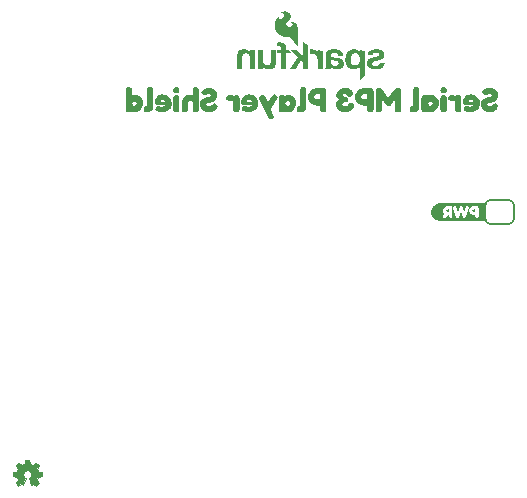
<source format=gbo>
%TF.GenerationSoftware,KiCad,Pcbnew,8.0.6*%
%TF.CreationDate,2024-11-21T20:47:18-07:00*%
%TF.ProjectId,SparkFun_Serial_MP3_Player_Shield_MY1690X,53706172-6b46-4756-9e5f-53657269616c,rev?*%
%TF.SameCoordinates,Original*%
%TF.FileFunction,Legend,Bot*%
%TF.FilePolarity,Positive*%
%FSLAX46Y46*%
G04 Gerber Fmt 4.6, Leading zero omitted, Abs format (unit mm)*
G04 Created by KiCad (PCBNEW 8.0.6) date 2024-11-21 20:47:18*
%MOMM*%
%LPD*%
G01*
G04 APERTURE LIST*
%ADD10C,0.000000*%
%ADD11C,0.018437*%
%ADD12C,0.152400*%
G04 APERTURE END LIST*
D10*
%TO.C,kibuzzard-673EAACD*%
G36*
X37941817Y38503723D02*
G01*
X38021931Y38439345D01*
X38049113Y38362092D01*
X38053405Y38266241D01*
X38049113Y38170390D01*
X38021931Y38091706D01*
X37943247Y38025898D01*
X37795894Y38005869D01*
X37645680Y38025898D01*
X37566996Y38090275D01*
X37539814Y38166098D01*
X37535522Y38263380D01*
X37539814Y38359231D01*
X37566996Y38437915D01*
X37645680Y38503723D01*
X37793033Y38523752D01*
X37941817Y38503723D01*
G37*
G36*
X15326652Y38503723D02*
G01*
X15406767Y38439345D01*
X15433948Y38362092D01*
X15438240Y38266241D01*
X15433948Y38170390D01*
X15406767Y38091706D01*
X15328083Y38025898D01*
X15180730Y38005869D01*
X15030515Y38025898D01*
X14951831Y38090275D01*
X14924649Y38166098D01*
X14920358Y38263380D01*
X14924649Y38359231D01*
X14951831Y38437915D01*
X15030515Y38503723D01*
X15177868Y38523752D01*
X15326652Y38503723D01*
G37*
G36*
X23618498Y37831334D02*
G01*
X23755837Y37676828D01*
X23695751Y37487986D01*
X23149256Y36663952D01*
X23372432Y36166098D01*
X23409628Y35967242D01*
X23246538Y35828473D01*
X23033376Y35792707D01*
X22906052Y35954367D01*
X22205050Y37525182D01*
X22175007Y37716885D01*
X22336667Y37851363D01*
X22548398Y37882836D01*
X22677153Y37722607D01*
X22903190Y37219031D01*
X23260844Y37759803D01*
X23412489Y37895712D01*
X23618498Y37831334D01*
G37*
G36*
X37941817Y37845640D02*
G01*
X38021931Y37781263D01*
X38049113Y37704009D01*
X38053405Y37608158D01*
X38053405Y36675397D01*
X38049113Y36576685D01*
X38021931Y36499431D01*
X37943247Y36435054D01*
X37795894Y36415025D01*
X37645680Y36435054D01*
X37566996Y36499431D01*
X37539814Y36575254D01*
X37535522Y36672536D01*
X37535522Y37602436D01*
X37539814Y37701148D01*
X37566996Y37779832D01*
X37645680Y37845640D01*
X37793033Y37865669D01*
X37941817Y37845640D01*
G37*
G36*
X15326652Y37845640D02*
G01*
X15406767Y37781263D01*
X15433948Y37704009D01*
X15438240Y37608158D01*
X15438240Y36675397D01*
X15433948Y36576685D01*
X15406767Y36499431D01*
X15328083Y36435054D01*
X15180730Y36415025D01*
X15030515Y36435054D01*
X14951831Y36499431D01*
X14924649Y36575254D01*
X14920358Y36672536D01*
X14920358Y37602436D01*
X14924649Y37701148D01*
X14951831Y37779832D01*
X15030515Y37845640D01*
X15177868Y37865669D01*
X15326652Y37845640D01*
G37*
G36*
X35629943Y38509446D02*
G01*
X35710057Y38445068D01*
X35737239Y38367815D01*
X35741531Y38269102D01*
X35741531Y37001577D01*
X35734378Y36826685D01*
X35712918Y36691134D01*
X35607053Y36513737D01*
X35429657Y36433623D01*
X35309485Y36419675D01*
X35149256Y36415025D01*
X35086309Y36419317D01*
X35030515Y36445068D01*
X34981874Y36523752D01*
X34966137Y36672536D01*
X34981874Y36812736D01*
X35030515Y36887128D01*
X35086309Y36911448D01*
X35146395Y36915740D01*
X35213634Y36931477D01*
X35223648Y37033051D01*
X35223648Y38266241D01*
X35229371Y38363523D01*
X35256552Y38443637D01*
X35333805Y38509446D01*
X35481159Y38529474D01*
X35629943Y38509446D01*
G37*
G36*
X26059127Y38509446D02*
G01*
X26139242Y38445068D01*
X26166423Y38367815D01*
X26170715Y38269102D01*
X26170715Y37001577D01*
X26163562Y36826685D01*
X26142103Y36691134D01*
X26036237Y36513737D01*
X25858841Y36433623D01*
X25738670Y36419675D01*
X25578441Y36415025D01*
X25515494Y36419317D01*
X25459700Y36445068D01*
X25411059Y36523752D01*
X25395322Y36672536D01*
X25411059Y36812736D01*
X25459700Y36887128D01*
X25515494Y36911448D01*
X25575579Y36915740D01*
X25642818Y36931477D01*
X25652833Y37033051D01*
X25652833Y38266241D01*
X25658555Y38363523D01*
X25685737Y38443637D01*
X25762990Y38509446D01*
X25910343Y38529474D01*
X26059127Y38509446D01*
G37*
G36*
X13077725Y38509446D02*
G01*
X13157840Y38445068D01*
X13185021Y38367815D01*
X13189313Y38269102D01*
X13189313Y37001577D01*
X13182160Y36826685D01*
X13160701Y36691134D01*
X13054835Y36513737D01*
X12877439Y36433623D01*
X12757268Y36419675D01*
X12597039Y36415025D01*
X12534092Y36419317D01*
X12478298Y36445068D01*
X12429657Y36523752D01*
X12413920Y36672536D01*
X12429657Y36812736D01*
X12478298Y36887128D01*
X12534092Y36911448D01*
X12594177Y36915740D01*
X12661416Y36931477D01*
X12671431Y37033051D01*
X12671431Y38266241D01*
X12677153Y38363523D01*
X12704335Y38443637D01*
X12781588Y38509446D01*
X12928941Y38529474D01*
X13077725Y38509446D01*
G37*
G36*
X38652833Y37849932D02*
G01*
X38797325Y37751220D01*
X38877439Y37839202D01*
X39043391Y37868530D01*
X39193605Y37848501D01*
X39272289Y37784124D01*
X39299471Y37708301D01*
X39303763Y37611019D01*
X39303763Y36678258D01*
X39299471Y36579546D01*
X39272289Y36500862D01*
X39193605Y36435054D01*
X39046252Y36415025D01*
X38894607Y36435054D01*
X38814492Y36499431D01*
X38787310Y36575254D01*
X38783019Y36672536D01*
X38783019Y37230476D01*
X38727225Y37334911D01*
X38585594Y37376398D01*
X38515494Y37354939D01*
X38405336Y37333480D01*
X38245107Y37432192D01*
X38197897Y37542707D01*
X38182160Y37676828D01*
X38217926Y37785554D01*
X38310916Y37849932D01*
X38413920Y37875683D01*
X38499757Y37882836D01*
X38652833Y37849932D01*
G37*
G36*
X19871717Y37849932D02*
G01*
X20016209Y37751220D01*
X20096323Y37839202D01*
X20262275Y37868530D01*
X20412489Y37848501D01*
X20491173Y37784124D01*
X20518355Y37708301D01*
X20522647Y37611019D01*
X20522647Y36678258D01*
X20518355Y36579546D01*
X20491173Y36500862D01*
X20412489Y36435054D01*
X20265136Y36415025D01*
X20113491Y36435054D01*
X20033376Y36499431D01*
X20006195Y36575254D01*
X20001903Y36672536D01*
X20001903Y37230476D01*
X19946109Y37334911D01*
X19804478Y37376398D01*
X19734378Y37354939D01*
X19624220Y37333480D01*
X19463991Y37432192D01*
X19416781Y37542707D01*
X19401044Y37676828D01*
X19436810Y37785554D01*
X19529800Y37849932D01*
X19632804Y37875683D01*
X19718641Y37882836D01*
X19871717Y37849932D01*
G37*
G36*
X36358126Y37839202D02*
G01*
X36431087Y37751220D01*
X36563419Y37837057D01*
X36731516Y37865669D01*
X36895560Y37841189D01*
X37048159Y37767751D01*
X37189313Y37645354D01*
X37302173Y37492119D01*
X37369889Y37326168D01*
X37392461Y37147500D01*
X37370048Y36964063D01*
X37302809Y36795251D01*
X37190744Y36641062D01*
X37050067Y36518665D01*
X36896991Y36445227D01*
X36731516Y36420747D01*
X36659986Y36431993D01*
X36567711Y36446499D01*
X36431087Y36523752D01*
X36350258Y36446499D01*
X36187883Y36420747D01*
X36039099Y36440776D01*
X35958984Y36505154D01*
X35931803Y36580976D01*
X35927511Y36678258D01*
X35927511Y37144639D01*
X36462561Y37144639D01*
X36521216Y37000147D01*
X36659986Y36938630D01*
X36810200Y37000147D01*
X36874578Y37141778D01*
X36813062Y37287700D01*
X36665708Y37350647D01*
X36521216Y37290562D01*
X36462561Y37144639D01*
X35927511Y37144639D01*
X35927511Y37608158D01*
X35931803Y37704009D01*
X35958984Y37782693D01*
X36037668Y37848501D01*
X36185021Y37868530D01*
X36358126Y37839202D01*
G37*
G36*
X24303763Y37839202D02*
G01*
X24376724Y37751220D01*
X24509056Y37837057D01*
X24677153Y37865669D01*
X24841197Y37841189D01*
X24993796Y37767751D01*
X25134950Y37645354D01*
X25247810Y37492119D01*
X25315525Y37326168D01*
X25338097Y37147500D01*
X25315684Y36964063D01*
X25248445Y36795251D01*
X25136381Y36641062D01*
X24995703Y36518665D01*
X24842628Y36445227D01*
X24677153Y36420747D01*
X24605622Y36431993D01*
X24513348Y36446499D01*
X24376724Y36523752D01*
X24295894Y36446499D01*
X24133519Y36420747D01*
X23984735Y36440776D01*
X23904621Y36505154D01*
X23877439Y36580976D01*
X23873147Y36678258D01*
X23873147Y37144639D01*
X24408197Y37144639D01*
X24466853Y37000147D01*
X24605622Y36938630D01*
X24755837Y37000147D01*
X24820215Y37141778D01*
X24758698Y37287700D01*
X24611345Y37350647D01*
X24466853Y37290562D01*
X24408197Y37144639D01*
X23873147Y37144639D01*
X23873147Y37608158D01*
X23877439Y37704009D01*
X23904621Y37782693D01*
X23983305Y37848501D01*
X24130658Y37868530D01*
X24303763Y37839202D01*
G37*
G36*
X31752976Y38397858D02*
G01*
X31833090Y38332049D01*
X31860272Y38253366D01*
X31864564Y38157514D01*
X31864564Y36681119D01*
X31860272Y36582407D01*
X31833090Y36503723D01*
X31752976Y36437915D01*
X31604192Y36417886D01*
X31452546Y36437915D01*
X31372432Y36502293D01*
X31345250Y36579546D01*
X31340959Y36678258D01*
X31340959Y36952936D01*
X31034807Y36952936D01*
X30917854Y36964381D01*
X30795894Y36998716D01*
X30674292Y37054510D01*
X30558412Y37130333D01*
X30455765Y37230833D01*
X30373863Y37360662D01*
X30320215Y37513380D01*
X30302332Y37682550D01*
X30302639Y37685411D01*
X30823076Y37685411D01*
X30890315Y37528044D01*
X31031946Y37476541D01*
X31340959Y37476541D01*
X31340959Y37894281D01*
X31034807Y37894281D01*
X30884592Y37834195D01*
X30823076Y37685411D01*
X30302639Y37685411D01*
X30320572Y37852436D01*
X30375293Y38007300D01*
X30457911Y38139274D01*
X30559843Y38240490D01*
X30674292Y38316313D01*
X30794464Y38372107D01*
X30915351Y38406441D01*
X31031946Y38417886D01*
X31601330Y38417886D01*
X31752976Y38397858D01*
G37*
G36*
X27761559Y38397858D02*
G01*
X27841674Y38332049D01*
X27868856Y38253366D01*
X27873147Y38157514D01*
X27873147Y36681119D01*
X27868856Y36582407D01*
X27841674Y36503723D01*
X27761559Y36437915D01*
X27612775Y36417886D01*
X27461130Y36437915D01*
X27381016Y36502293D01*
X27353834Y36579546D01*
X27349542Y36678258D01*
X27349542Y36952936D01*
X27043391Y36952936D01*
X26926438Y36964381D01*
X26804478Y36998716D01*
X26682876Y37054510D01*
X26566996Y37130333D01*
X26464349Y37230833D01*
X26382446Y37360662D01*
X26328798Y37513380D01*
X26310916Y37682550D01*
X26311223Y37685411D01*
X26831660Y37685411D01*
X26898898Y37528044D01*
X27040529Y37476541D01*
X27349542Y37476541D01*
X27349542Y37894281D01*
X27043391Y37894281D01*
X26893176Y37834195D01*
X26831660Y37685411D01*
X26311223Y37685411D01*
X26329156Y37852436D01*
X26383877Y38007300D01*
X26466495Y38139274D01*
X26568426Y38240490D01*
X26682876Y38316313D01*
X26803047Y38372107D01*
X26923934Y38406441D01*
X27040529Y38417886D01*
X27609914Y38417886D01*
X27761559Y38397858D01*
G37*
G36*
X16958984Y38503723D02*
G01*
X17037668Y38439345D01*
X17064850Y38362092D01*
X17069142Y38266241D01*
X17069142Y36675397D01*
X17064850Y36576685D01*
X17037668Y36499431D01*
X16958984Y36435054D01*
X16811631Y36415025D01*
X16662847Y36435054D01*
X16582732Y36499431D01*
X16555551Y36575254D01*
X16551259Y36672536D01*
X16551259Y37187557D01*
X16474006Y37299145D01*
X16330944Y37347786D01*
X16190744Y37291992D01*
X16139242Y37144639D01*
X16139242Y36678258D01*
X16133519Y36576685D01*
X16104907Y36498001D01*
X16026223Y36435054D01*
X15878870Y36415025D01*
X15730086Y36435054D01*
X15649971Y36499431D01*
X15622790Y36576685D01*
X15618498Y36672536D01*
X15618498Y37141778D01*
X15639162Y37335070D01*
X15701156Y37506743D01*
X15804478Y37656799D01*
X15938320Y37772838D01*
X16091873Y37842461D01*
X16265136Y37865669D01*
X16415351Y37834911D01*
X16551259Y37742636D01*
X16551259Y38263380D01*
X16555551Y38362092D01*
X16582732Y38439345D01*
X16661416Y38503723D01*
X16808770Y38523752D01*
X16958984Y38503723D01*
G37*
G36*
X40310121Y37876319D02*
G01*
X40498485Y37805265D01*
X40658555Y37686842D01*
X40780157Y37530905D01*
X40853119Y37347309D01*
X40877439Y37136055D01*
X40866352Y37005869D01*
X40833090Y36878544D01*
X40778011Y36755511D01*
X40701474Y36638201D01*
X40596681Y36534839D01*
X40456838Y36453652D01*
X40288026Y36401077D01*
X40096323Y36383552D01*
X39835951Y36399825D01*
X39649971Y36448644D01*
X39538383Y36530011D01*
X39501187Y36643923D01*
X39538383Y36775540D01*
X39615637Y36878544D01*
X39710057Y36912879D01*
X39841674Y36875683D01*
X40073433Y36838487D01*
X40242246Y36878544D01*
X40328083Y36987271D01*
X39718641Y36987271D01*
X39602403Y37009088D01*
X39511202Y37074539D01*
X39452189Y37180046D01*
X39432518Y37322035D01*
X39433124Y37324896D01*
X39930372Y37324896D01*
X40007625Y37256227D01*
X40328083Y37256227D01*
X40260844Y37383552D01*
X40099185Y37439345D01*
X39976152Y37409303D01*
X39930372Y37324896D01*
X39433124Y37324896D01*
X39475079Y37523036D01*
X39602761Y37714024D01*
X39732947Y37817346D01*
X39896514Y37879339D01*
X40093462Y37900004D01*
X40310121Y37876319D01*
G37*
G36*
X21529005Y37876319D02*
G01*
X21717369Y37805265D01*
X21877439Y37686842D01*
X21999041Y37530905D01*
X22072003Y37347309D01*
X22096323Y37136055D01*
X22085236Y37005869D01*
X22051974Y36878544D01*
X21996896Y36755511D01*
X21920358Y36638201D01*
X21815565Y36534839D01*
X21675722Y36453652D01*
X21506910Y36401077D01*
X21315207Y36383552D01*
X21054835Y36399825D01*
X20868856Y36448644D01*
X20757268Y36530011D01*
X20720072Y36643923D01*
X20757268Y36775540D01*
X20834521Y36878544D01*
X20928941Y36912879D01*
X21060558Y36875683D01*
X21292318Y36838487D01*
X21461130Y36878544D01*
X21546967Y36987271D01*
X20937525Y36987271D01*
X20821288Y37009088D01*
X20730086Y37074539D01*
X20671073Y37180046D01*
X20651402Y37322035D01*
X20652008Y37324896D01*
X21149256Y37324896D01*
X21226509Y37256227D01*
X21546967Y37256227D01*
X21479728Y37383552D01*
X21318069Y37439345D01*
X21195036Y37409303D01*
X21149256Y37324896D01*
X20652008Y37324896D01*
X20693963Y37523036D01*
X20821645Y37714024D01*
X20951831Y37817346D01*
X21115398Y37879339D01*
X21312346Y37900004D01*
X21529005Y37876319D01*
G37*
G36*
X14209978Y37876319D02*
G01*
X14398342Y37805265D01*
X14558412Y37686842D01*
X14680014Y37530905D01*
X14752976Y37347309D01*
X14777296Y37136055D01*
X14766209Y37005869D01*
X14732947Y36878544D01*
X14677868Y36755511D01*
X14601330Y36638201D01*
X14496538Y36534839D01*
X14356695Y36453652D01*
X14187883Y36401077D01*
X13996180Y36383552D01*
X13735808Y36399825D01*
X13549828Y36448644D01*
X13438240Y36530011D01*
X13401044Y36643923D01*
X13438240Y36775540D01*
X13515494Y36878544D01*
X13609914Y36912879D01*
X13741531Y36875683D01*
X13973290Y36838487D01*
X14142103Y36878544D01*
X14227940Y36987271D01*
X13618498Y36987271D01*
X13502260Y37009088D01*
X13411059Y37074539D01*
X13352046Y37180046D01*
X13332375Y37322035D01*
X13332981Y37324896D01*
X13830229Y37324896D01*
X13907482Y37256227D01*
X14227940Y37256227D01*
X14160701Y37383552D01*
X13999041Y37439345D01*
X13876009Y37409303D01*
X13830229Y37324896D01*
X13332981Y37324896D01*
X13374936Y37523036D01*
X13502618Y37714024D01*
X13632804Y37817346D01*
X13796371Y37879339D01*
X13993319Y37900004D01*
X14209978Y37876319D01*
G37*
G36*
X11285165Y38509446D02*
G01*
X11359557Y38469388D01*
X11396753Y38409303D01*
X11408197Y38337772D01*
X11406767Y38263380D01*
X11406767Y37771248D01*
X11539099Y37842064D01*
X11695751Y37865669D01*
X11859795Y37841189D01*
X12012394Y37767751D01*
X12153548Y37645354D01*
X12266408Y37492119D01*
X12334123Y37326168D01*
X12356695Y37147500D01*
X12334282Y36964063D01*
X12267043Y36795251D01*
X12154979Y36641062D01*
X12014301Y36518665D01*
X11861226Y36445227D01*
X11695751Y36420747D01*
X11627082Y36431496D01*
X11531230Y36446499D01*
X11392461Y36523752D01*
X11310916Y36444353D01*
X11157840Y36417886D01*
X11010486Y36437915D01*
X10931803Y36503723D01*
X10904621Y36582407D01*
X10900329Y36678258D01*
X10900329Y37141778D01*
X11423934Y37141778D01*
X11484020Y36997285D01*
X11627082Y36935769D01*
X11773004Y36997285D01*
X11835951Y37141778D01*
X11775866Y37287700D01*
X11629943Y37347786D01*
X11484020Y37287700D01*
X11423934Y37141778D01*
X10900329Y37141778D01*
X10900329Y38266241D01*
X10904621Y38362092D01*
X10931803Y38439345D01*
X11010486Y38503723D01*
X11160701Y38523752D01*
X11285165Y38509446D01*
G37*
G36*
X34087740Y38394996D02*
G01*
X34167854Y38330619D01*
X34195036Y38253366D01*
X34199328Y38157514D01*
X34199328Y36681119D01*
X34193605Y36580976D01*
X34166423Y36502293D01*
X34089170Y36437915D01*
X33941817Y36417886D01*
X33790172Y36437915D01*
X33710057Y36502293D01*
X33682876Y36579546D01*
X33678584Y36675397D01*
X33678584Y37490848D01*
X33346681Y37038773D01*
X33252260Y36950790D01*
X33123505Y36921463D01*
X33044821Y36930046D01*
X32984735Y36955798D01*
X32947539Y36984410D01*
X32920358Y37015883D01*
X32903190Y37038773D01*
X32568426Y37493709D01*
X32568426Y36681119D01*
X32564134Y36582407D01*
X32536953Y36503723D01*
X32456838Y36437915D01*
X32308054Y36417886D01*
X32157840Y36437915D01*
X32079156Y36500862D01*
X32050544Y36578115D01*
X32044821Y36675397D01*
X32044821Y38151792D01*
X32050544Y38251935D01*
X32077725Y38330619D01*
X32156409Y38394996D01*
X32305193Y38415025D01*
X32456838Y38397858D01*
X32542675Y38332049D01*
X33123505Y37585268D01*
X33707196Y38334911D01*
X33725794Y38354939D01*
X33747253Y38376398D01*
X33771574Y38390705D01*
X33808770Y38403580D01*
X33860272Y38410733D01*
X33936094Y38415025D01*
X34087740Y38394996D01*
G37*
G36*
X41904939Y38430126D02*
G01*
X42066121Y38372424D01*
X42205050Y38276255D01*
X42311551Y38150838D01*
X42375452Y38005392D01*
X42396753Y37839918D01*
X42373863Y37653938D01*
X42305193Y37499431D01*
X42190744Y37376398D01*
X42030515Y37284839D01*
X41922146Y37245855D01*
X41785880Y37209016D01*
X41561273Y37141778D01*
X41486881Y37053079D01*
X41538383Y36920032D01*
X41707196Y36878544D01*
X41820215Y36905726D01*
X41936094Y37010161D01*
X42065168Y37114437D01*
X42189154Y37133512D01*
X42308054Y37067386D01*
X42428226Y36884267D01*
X42356695Y36698287D01*
X42339528Y36678258D01*
X42308054Y36638201D01*
X42257983Y36588129D01*
X42189313Y36532335D01*
X42100615Y36477972D01*
X41990458Y36430762D01*
X41855980Y36399288D01*
X41695751Y36386413D01*
X41505479Y36407872D01*
X41309485Y36480833D01*
X41133519Y36608158D01*
X41009056Y36801291D01*
X40972575Y36925039D01*
X40960415Y37061663D01*
X40987239Y37275540D01*
X41067711Y37430762D01*
X41193247Y37539489D01*
X41355265Y37613881D01*
X41538383Y37658230D01*
X41712918Y37693995D01*
X41825937Y37744067D01*
X41876009Y37837057D01*
X41830229Y37924324D01*
X41724363Y37960089D01*
X41629943Y37950075D01*
X41574149Y37928616D01*
X41534092Y37895712D01*
X41501187Y37868530D01*
X41309485Y37815597D01*
X41140672Y37954367D01*
X41072003Y38130333D01*
X41175007Y38277686D01*
X41323473Y38373060D01*
X41505638Y38430285D01*
X41721502Y38449360D01*
X41904939Y38430126D01*
G37*
G36*
X18133837Y38430126D02*
G01*
X18295020Y38372424D01*
X18433948Y38276255D01*
X18540450Y38150838D01*
X18604351Y38005392D01*
X18625651Y37839918D01*
X18602761Y37653938D01*
X18534092Y37499431D01*
X18419642Y37376398D01*
X18259413Y37284839D01*
X18151044Y37245855D01*
X18014778Y37209016D01*
X17790172Y37141778D01*
X17715780Y37053079D01*
X17767282Y36920032D01*
X17936094Y36878544D01*
X18049113Y36905726D01*
X18164993Y37010161D01*
X18294066Y37114437D01*
X18418053Y37133512D01*
X18536953Y37067386D01*
X18657124Y36884267D01*
X18585594Y36698287D01*
X18568426Y36678258D01*
X18536953Y36638201D01*
X18486881Y36588129D01*
X18418212Y36532335D01*
X18329514Y36477972D01*
X18219356Y36430762D01*
X18084878Y36399288D01*
X17924649Y36386413D01*
X17734378Y36407872D01*
X17538383Y36480833D01*
X17362418Y36608158D01*
X17237954Y36801291D01*
X17201474Y36925039D01*
X17189313Y37061663D01*
X17216137Y37275540D01*
X17296609Y37430762D01*
X17422146Y37539489D01*
X17584163Y37613881D01*
X17767282Y37658230D01*
X17941817Y37693995D01*
X18054835Y37744067D01*
X18104907Y37837057D01*
X18059127Y37924324D01*
X17953262Y37960089D01*
X17858841Y37950075D01*
X17803047Y37928616D01*
X17762990Y37895712D01*
X17730086Y37868530D01*
X17538383Y37815597D01*
X17369571Y37954367D01*
X17300901Y38130333D01*
X17403906Y38277686D01*
X17552372Y38373060D01*
X17734537Y38430285D01*
X17950401Y38449360D01*
X18133837Y38430126D01*
G37*
G36*
X29617067Y38433623D02*
G01*
X29748684Y38399288D01*
X29854549Y38349217D01*
X29938956Y38290562D01*
X30001903Y38229045D01*
X30047682Y38171820D01*
X30076295Y38124610D01*
X30092031Y38093137D01*
X30096323Y38083122D01*
X30137811Y37885697D01*
X29996180Y37728330D01*
X29842945Y37677146D01*
X29722774Y37710527D01*
X29635665Y37828473D01*
X29552690Y37914310D01*
X29429657Y37942922D01*
X29299471Y37907157D01*
X29252260Y37808444D01*
X29293748Y37735483D01*
X29426795Y37716885D01*
X29446824Y37716885D01*
X29538383Y37712593D01*
X29611345Y37688273D01*
X29671431Y37613881D01*
X29690029Y37470819D01*
X29672861Y37344925D01*
X29638526Y37270533D01*
X29574149Y37234768D01*
X29508340Y37221892D01*
X29429657Y37221892D01*
X29264421Y37180404D01*
X29209342Y37055941D01*
X29276581Y36937200D01*
X29455408Y36892851D01*
X29556981Y36908587D01*
X29625651Y36942922D01*
X29668569Y36985840D01*
X29690029Y37020175D01*
X29695751Y37035912D01*
X29778727Y37170390D01*
X29936094Y37201863D01*
X30150687Y37156799D01*
X30222217Y37021606D01*
X30196784Y36858675D01*
X30120485Y36709414D01*
X29993319Y36573823D01*
X29832136Y36466527D01*
X29653786Y36402149D01*
X29458269Y36380690D01*
X29247969Y36402149D01*
X29063419Y36466527D01*
X28904621Y36573823D01*
X28783019Y36713865D01*
X28710057Y36876478D01*
X28685737Y37061663D01*
X28705050Y37199002D01*
X28762990Y37313451D01*
X28923219Y37467958D01*
X28775150Y37610304D01*
X28725794Y37819889D01*
X28747889Y37973442D01*
X28814174Y38117457D01*
X28924649Y38251935D01*
X29072321Y38360026D01*
X29250194Y38424880D01*
X29458269Y38446499D01*
X29617067Y38433623D01*
G37*
%TO.C,kibuzzard-673EA691*%
G36*
X38287240Y27966466D02*
G01*
X38129872Y27966466D01*
X38061203Y27992217D01*
X38028299Y28070901D01*
X38059057Y28145293D01*
X38132734Y28175336D01*
X38287240Y28175336D01*
X38287240Y27966466D01*
G37*
G36*
X40493249Y27966466D02*
G01*
X40338742Y27966466D01*
X40267927Y27992217D01*
X40234307Y28070901D01*
X40265066Y28145293D01*
X40340173Y28175336D01*
X40493249Y28175336D01*
X40493249Y27966466D01*
G37*
G36*
X41351141Y27187258D02*
G01*
X40755051Y27187258D01*
X40624865Y27187258D01*
X39539028Y27187258D01*
X37921003Y27187258D01*
X37745037Y27187258D01*
X37506601Y27187258D01*
X37432819Y27190883D01*
X37359748Y27201722D01*
X37288092Y27219671D01*
X37218539Y27244557D01*
X37151761Y27276141D01*
X37088400Y27314118D01*
X37029067Y27358123D01*
X36974332Y27407731D01*
X36924724Y27462466D01*
X36880719Y27521799D01*
X36860292Y27555880D01*
X37750759Y27555880D01*
X37819429Y27471474D01*
X37921003Y27432132D01*
X38001117Y27498655D01*
X38154193Y27706094D01*
X38287240Y27706094D01*
X38287240Y27567325D01*
X38289386Y27517969D01*
X38302977Y27479342D01*
X38343034Y27447153D01*
X38418857Y27437139D01*
X38493249Y27447153D01*
X38533306Y27480057D01*
X38546897Y27519399D01*
X38549043Y27568755D01*
X38549043Y28306953D01*
X38546897Y28354878D01*
X38542202Y28368469D01*
X38627011Y28368469D01*
X38634880Y28264034D01*
X38890960Y27525837D01*
X38935666Y27459313D01*
X39015423Y27437139D01*
X39076224Y27450014D01*
X39116282Y27482203D01*
X39134880Y27512246D01*
X39142748Y27532990D01*
X39277226Y27973619D01*
X39411704Y27534421D01*
X39457841Y27461459D01*
X39539028Y27437139D01*
X39610559Y27457883D01*
X39649186Y27495079D01*
X39662061Y27525837D01*
X39851701Y28069471D01*
X39973935Y28069471D01*
X39982877Y27984886D01*
X40009701Y27908526D01*
X40050652Y27843612D01*
X40101975Y27793362D01*
X40159915Y27755451D01*
X40220716Y27727554D01*
X40281696Y27710386D01*
X40340173Y27704664D01*
X40493249Y27704664D01*
X40493249Y27567325D01*
X40495395Y27517969D01*
X40508985Y27479342D01*
X40549043Y27447153D01*
X40624865Y27437139D01*
X40699257Y27447153D01*
X40739314Y27480057D01*
X40752905Y27519399D01*
X40755051Y27568755D01*
X40755051Y28306953D01*
X40752905Y28354878D01*
X40739314Y28394220D01*
X40699257Y28427124D01*
X40623435Y28437139D01*
X40338742Y28437139D01*
X40280445Y28431416D01*
X40220001Y28414249D01*
X40159915Y28386352D01*
X40102691Y28348441D01*
X40051725Y28297833D01*
X40010416Y28231845D01*
X39983056Y28154413D01*
X39973935Y28069471D01*
X39851701Y28069471D01*
X39919572Y28264034D01*
X39926010Y28369900D01*
X39836596Y28429986D01*
X39730015Y28436423D01*
X39672076Y28348441D01*
X39523292Y27913534D01*
X39405981Y28341288D01*
X39362347Y28413176D01*
X39280087Y28437139D01*
X39238599Y28433562D01*
X39207126Y28421402D01*
X39184951Y28405665D01*
X39169214Y28387067D01*
X39159915Y28369185D01*
X39152762Y28351302D01*
X39148470Y28339857D01*
X39031160Y27910672D01*
X38882376Y28348441D01*
X38824436Y28437139D01*
X38716425Y28431416D01*
X38627011Y28368469D01*
X38542202Y28368469D01*
X38533306Y28394220D01*
X38493249Y28427124D01*
X38417426Y28437139D01*
X38129872Y28437139D01*
X38071754Y28431416D01*
X38011847Y28414249D01*
X37952119Y28386352D01*
X37894536Y28348441D01*
X37843213Y28297833D01*
X37802262Y28231845D01*
X37775438Y28154413D01*
X37766496Y28069471D01*
X37780484Y27962333D01*
X37822449Y27869820D01*
X37892390Y27791931D01*
X37789386Y27654592D01*
X37750759Y27555880D01*
X36860292Y27555880D01*
X36842742Y27585160D01*
X36811158Y27651938D01*
X36786272Y27721491D01*
X36768323Y27793147D01*
X36757484Y27866218D01*
X36753859Y27940000D01*
X36757484Y28013782D01*
X36768323Y28086853D01*
X36786272Y28158509D01*
X36811158Y28228062D01*
X36842742Y28294840D01*
X36880719Y28358201D01*
X36924724Y28417534D01*
X36974332Y28472269D01*
X37029067Y28521877D01*
X37088400Y28565882D01*
X37151761Y28603859D01*
X37218539Y28635443D01*
X37288092Y28660329D01*
X37359748Y28678278D01*
X37432819Y28689117D01*
X37506601Y28692742D01*
X37745037Y28692742D01*
X40755051Y28692742D01*
X41351141Y28692742D01*
X41351141Y27187258D01*
G37*
D11*
%TO.C,Ref\u002A\u002A*%
X2705182Y6960661D02*
X2705882Y6960609D01*
X2706579Y6960523D01*
X2707271Y6960404D01*
X2707958Y6960253D01*
X2708639Y6960072D01*
X2709312Y6959859D01*
X2709976Y6959618D01*
X2710631Y6959348D01*
X2711275Y6959050D01*
X2712527Y6958375D01*
X2713724Y6957600D01*
X2714857Y6956731D01*
X2715918Y6955775D01*
X2716899Y6954739D01*
X2717791Y6953631D01*
X2718201Y6953052D01*
X2718586Y6952457D01*
X2718945Y6951847D01*
X2719276Y6951223D01*
X2719579Y6950587D01*
X2719852Y6949938D01*
X2720095Y6949277D01*
X2720306Y6948607D01*
X2720485Y6947926D01*
X2720630Y6947237D01*
X2778966Y6633744D01*
X2779293Y6632353D01*
X2779741Y6630956D01*
X2780303Y6629564D01*
X2780972Y6628186D01*
X2781739Y6626830D01*
X2782596Y6625506D01*
X2783537Y6624222D01*
X2784553Y6622988D01*
X2785637Y6621814D01*
X2786780Y6620707D01*
X2787974Y6619678D01*
X2789213Y6618735D01*
X2790489Y6617887D01*
X2791792Y6617144D01*
X2793117Y6616514D01*
X2794454Y6616008D01*
X3004587Y6529997D01*
X3005895Y6529422D01*
X3007283Y6528942D01*
X3008736Y6528556D01*
X3010244Y6528263D01*
X3011794Y6528062D01*
X3013373Y6527952D01*
X3014971Y6527933D01*
X3016573Y6528003D01*
X3018169Y6528162D01*
X3019747Y6528409D01*
X3021293Y6528744D01*
X3022796Y6529164D01*
X3024243Y6529671D01*
X3025623Y6530261D01*
X3026923Y6530936D01*
X3028131Y6531693D01*
X3290018Y6711422D01*
X3290610Y6711807D01*
X3291219Y6712161D01*
X3291844Y6712486D01*
X3292484Y6712781D01*
X3293138Y6713046D01*
X3293803Y6713282D01*
X3295165Y6713666D01*
X3296560Y6713934D01*
X3297976Y6714086D01*
X3299402Y6714125D01*
X3300829Y6714050D01*
X3302246Y6713862D01*
X3303641Y6713563D01*
X3305004Y6713154D01*
X3306324Y6712636D01*
X3307591Y6712009D01*
X3308201Y6711655D01*
X3308793Y6711274D01*
X3309367Y6710867D01*
X3309921Y6710433D01*
X3310453Y6709973D01*
X3310963Y6709486D01*
X3531549Y6488918D01*
X3532034Y6488407D01*
X3532493Y6487873D01*
X3532926Y6487318D01*
X3533332Y6486743D01*
X3533712Y6486149D01*
X3534065Y6485538D01*
X3534391Y6484911D01*
X3534691Y6484269D01*
X3534964Y6483614D01*
X3535209Y6482947D01*
X3535618Y6481583D01*
X3535918Y6480187D01*
X3536106Y6478771D01*
X3536182Y6477344D01*
X3536144Y6475918D01*
X3535993Y6474503D01*
X3535874Y6473803D01*
X3535726Y6473110D01*
X3535549Y6472425D01*
X3535343Y6471750D01*
X3535107Y6471086D01*
X3534842Y6470433D01*
X3534548Y6469795D01*
X3534223Y6469171D01*
X3533869Y6468563D01*
X3533485Y6467973D01*
X3356872Y6210586D01*
X3356119Y6209369D01*
X3355450Y6208064D01*
X3354867Y6206683D01*
X3354370Y6205236D01*
X3353960Y6203737D01*
X3353638Y6202197D01*
X3353405Y6200628D01*
X3353260Y6199042D01*
X3353206Y6197450D01*
X3353243Y6195864D01*
X3353371Y6194297D01*
X3353592Y6192761D01*
X3353906Y6191266D01*
X3354314Y6189825D01*
X3354817Y6188450D01*
X3355415Y6187152D01*
X3448340Y5970401D01*
X3448588Y5969734D01*
X3448867Y5969070D01*
X3449516Y5967751D01*
X3450278Y5966452D01*
X3451143Y5965181D01*
X3452103Y5963946D01*
X3453148Y5962755D01*
X3454269Y5961615D01*
X3455457Y5960534D01*
X3456703Y5959521D01*
X3457998Y5958582D01*
X3459333Y5957727D01*
X3460698Y5956962D01*
X3462084Y5956296D01*
X3463483Y5955736D01*
X3464884Y5955291D01*
X3465584Y5955114D01*
X3466280Y5954968D01*
X3769356Y5898605D01*
X3770047Y5898456D01*
X3770729Y5898275D01*
X3771400Y5898061D01*
X3772062Y5897815D01*
X3772711Y5897540D01*
X3773349Y5897235D01*
X3773973Y5896902D01*
X3774583Y5896542D01*
X3775178Y5896156D01*
X3775758Y5895744D01*
X3776321Y5895309D01*
X3776866Y5894850D01*
X3777393Y5894370D01*
X3777901Y5893868D01*
X3778389Y5893347D01*
X3778856Y5892806D01*
X3779301Y5892248D01*
X3779724Y5891672D01*
X3780124Y5891081D01*
X3780499Y5890475D01*
X3780849Y5889855D01*
X3781173Y5889222D01*
X3781470Y5888578D01*
X3781739Y5887922D01*
X3781980Y5887257D01*
X3782192Y5886584D01*
X3782373Y5885902D01*
X3782524Y5885214D01*
X3782642Y5884521D01*
X3782728Y5883823D01*
X3782780Y5883121D01*
X3782797Y5882416D01*
X3782779Y5570472D01*
X3782761Y5569768D01*
X3782709Y5569066D01*
X3782623Y5568367D01*
X3782504Y5567672D01*
X3782354Y5566983D01*
X3782172Y5566300D01*
X3781960Y5565625D01*
X3781718Y5564959D01*
X3781150Y5563655D01*
X3780475Y5562399D01*
X3779700Y5561199D01*
X3778831Y5560062D01*
X3777875Y5558998D01*
X3776840Y5558014D01*
X3775731Y5557120D01*
X3775152Y5556709D01*
X3774557Y5556323D01*
X3773947Y5555964D01*
X3773324Y5555633D01*
X3772687Y5555330D01*
X3772038Y5555057D01*
X3771378Y5554815D01*
X3770707Y5554605D01*
X3770027Y5554428D01*
X3769338Y5554284D01*
X3473692Y5499267D01*
X3472997Y5499124D01*
X3472301Y5498949D01*
X3470907Y5498506D01*
X3469519Y5497947D01*
X3468146Y5497279D01*
X3466798Y5496510D01*
X3465482Y5495648D01*
X3464209Y5494702D01*
X3462987Y5493680D01*
X3461825Y5492589D01*
X3460732Y5491438D01*
X3459718Y5490235D01*
X3458791Y5488989D01*
X3457961Y5487706D01*
X3457236Y5486395D01*
X3456626Y5485065D01*
X3456367Y5484395D01*
X3456139Y5483724D01*
X3363841Y5253163D01*
X3363270Y5251851D01*
X3362793Y5250462D01*
X3362410Y5249008D01*
X3362121Y5247500D01*
X3361923Y5245951D01*
X3361817Y5244373D01*
X3361801Y5242777D01*
X3361875Y5241176D01*
X3362038Y5239581D01*
X3362288Y5238006D01*
X3362626Y5236461D01*
X3363050Y5234959D01*
X3363560Y5233511D01*
X3364154Y5232131D01*
X3364832Y5230829D01*
X3365593Y5229618D01*
X3533521Y4984897D01*
X3533904Y4984306D01*
X3534257Y4983699D01*
X3534580Y4983075D01*
X3534874Y4982436D01*
X3535138Y4981783D01*
X3535373Y4981118D01*
X3535755Y4979757D01*
X3536021Y4978363D01*
X3536173Y4976946D01*
X3536210Y4975518D01*
X3536135Y4974090D01*
X3535948Y4972672D01*
X3535650Y4971274D01*
X3535242Y4969909D01*
X3534724Y4968586D01*
X3534099Y4967316D01*
X3533747Y4966704D01*
X3533367Y4966110D01*
X3532961Y4965534D01*
X3532529Y4964979D01*
X3532070Y4964445D01*
X3531586Y4963933D01*
X3310981Y4743365D01*
X3310471Y4742882D01*
X3309939Y4742425D01*
X3309385Y4741994D01*
X3308811Y4741590D01*
X3308219Y4741211D01*
X3307609Y4740860D01*
X3306983Y4740535D01*
X3306342Y4740237D01*
X3305688Y4739965D01*
X3305022Y4739721D01*
X3303659Y4739314D01*
X3302264Y4739017D01*
X3300847Y4738830D01*
X3299420Y4738754D01*
X3297994Y4738791D01*
X3296578Y4738942D01*
X3295877Y4739060D01*
X3295183Y4739207D01*
X3294498Y4739382D01*
X3293821Y4739587D01*
X3293156Y4739821D01*
X3292502Y4740084D01*
X3291862Y4740376D01*
X3291237Y4740698D01*
X3290628Y4741049D01*
X3290036Y4741430D01*
X3049648Y4906427D01*
X3048439Y4907177D01*
X3047144Y4907834D01*
X3045775Y4908399D01*
X3044343Y4908872D01*
X3042861Y4909252D01*
X3041339Y4909538D01*
X3039791Y4909732D01*
X3038228Y4909831D01*
X3036661Y4909837D01*
X3035103Y4909749D01*
X3033566Y4909566D01*
X3032061Y4909288D01*
X3030600Y4908915D01*
X3029195Y4908446D01*
X3027858Y4907882D01*
X3026601Y4907222D01*
X2920585Y4850619D01*
X2919953Y4850316D01*
X2919315Y4850049D01*
X2918673Y4849819D01*
X2918028Y4849625D01*
X2917380Y4849466D01*
X2916732Y4849341D01*
X2916083Y4849252D01*
X2915436Y4849197D01*
X2914791Y4849175D01*
X2914150Y4849187D01*
X2913513Y4849232D01*
X2912882Y4849309D01*
X2912257Y4849418D01*
X2911640Y4849559D01*
X2911033Y4849731D01*
X2910435Y4849934D01*
X2909849Y4850168D01*
X2909275Y4850431D01*
X2908715Y4850724D01*
X2908169Y4851046D01*
X2907639Y4851397D01*
X2907126Y4851777D01*
X2906630Y4852184D01*
X2906154Y4852618D01*
X2905698Y4853080D01*
X2905263Y4853569D01*
X2904850Y4854083D01*
X2904461Y4854624D01*
X2904097Y4855190D01*
X2903758Y4855780D01*
X2903446Y4856396D01*
X2903162Y4857035D01*
X2684567Y5385214D01*
X2684312Y5385872D01*
X2684091Y5386539D01*
X2683903Y5387214D01*
X2683748Y5387898D01*
X2683625Y5388587D01*
X2683534Y5389281D01*
X2683446Y5390680D01*
X2683480Y5392083D01*
X2683633Y5393482D01*
X2683902Y5394864D01*
X2684283Y5396222D01*
X2684774Y5397544D01*
X2685370Y5398820D01*
X2686069Y5400041D01*
X2686867Y5401196D01*
X2687760Y5402276D01*
X2688242Y5402785D01*
X2688746Y5403270D01*
X2689273Y5403732D01*
X2689822Y5404169D01*
X2690392Y5404579D01*
X2690983Y5404961D01*
X2717515Y5421205D01*
X2719430Y5422421D01*
X2721472Y5423809D01*
X2723603Y5425339D01*
X2725786Y5426980D01*
X2727984Y5428703D01*
X2730160Y5430476D01*
X2732275Y5432271D01*
X2734293Y5434055D01*
X2751853Y5446077D01*
X2768613Y5459130D01*
X2784526Y5473168D01*
X2799546Y5488146D01*
X2813629Y5504019D01*
X2826727Y5520741D01*
X2838795Y5538266D01*
X2849788Y5556550D01*
X2859659Y5575546D01*
X2864159Y5585297D01*
X2868362Y5595209D01*
X2872262Y5605276D01*
X2875852Y5615493D01*
X2879128Y5625855D01*
X2882083Y5636354D01*
X2884713Y5646986D01*
X2887010Y5657746D01*
X2888969Y5668626D01*
X2890585Y5679622D01*
X2891852Y5690728D01*
X2892764Y5701939D01*
X2893315Y5713247D01*
X2893501Y5724649D01*
X2893052Y5742402D01*
X2891719Y5759922D01*
X2889525Y5777188D01*
X2886491Y5794177D01*
X2882639Y5810867D01*
X2877989Y5827238D01*
X2872565Y5843268D01*
X2866388Y5858934D01*
X2859479Y5874216D01*
X2851860Y5889091D01*
X2843553Y5903538D01*
X2834579Y5917535D01*
X2824960Y5931060D01*
X2814718Y5944093D01*
X2803875Y5956610D01*
X2792452Y5968591D01*
X2780470Y5980014D01*
X2767952Y5990857D01*
X2754920Y6001098D01*
X2741394Y6010716D01*
X2727397Y6019690D01*
X2712950Y6027996D01*
X2698075Y6035615D01*
X2682794Y6042523D01*
X2667128Y6048700D01*
X2651099Y6054124D01*
X2634728Y6058772D01*
X2618038Y6062625D01*
X2601051Y6065658D01*
X2583786Y6067852D01*
X2566268Y6069184D01*
X2548516Y6069633D01*
X2530765Y6069184D01*
X2513246Y6067852D01*
X2495982Y6065658D01*
X2478995Y6062625D01*
X2462305Y6058772D01*
X2445935Y6054124D01*
X2429907Y6048700D01*
X2414242Y6042523D01*
X2398961Y6035615D01*
X2384087Y6027996D01*
X2369641Y6019690D01*
X2355644Y6010716D01*
X2342119Y6001098D01*
X2329088Y5990857D01*
X2316571Y5980014D01*
X2304590Y5968591D01*
X2293168Y5956610D01*
X2282325Y5944092D01*
X2272084Y5931060D01*
X2262466Y5917535D01*
X2253493Y5903537D01*
X2245187Y5889091D01*
X2237568Y5874216D01*
X2230660Y5858934D01*
X2224483Y5843268D01*
X2219060Y5827238D01*
X2214411Y5810867D01*
X2210559Y5794176D01*
X2207525Y5777188D01*
X2205331Y5759922D01*
X2203999Y5742402D01*
X2203550Y5724649D01*
X2204286Y5701939D01*
X2206465Y5679622D01*
X2210039Y5657746D01*
X2214965Y5636354D01*
X2221195Y5615493D01*
X2228684Y5595209D01*
X2237386Y5575546D01*
X2247256Y5556550D01*
X2258248Y5538266D01*
X2270316Y5520741D01*
X2283414Y5504019D01*
X2297497Y5488146D01*
X2312518Y5473168D01*
X2328433Y5459130D01*
X2345195Y5446077D01*
X2362758Y5434055D01*
X2364765Y5432271D01*
X2366873Y5430476D01*
X2369044Y5428703D01*
X2371240Y5426980D01*
X2373421Y5425339D01*
X2375551Y5423809D01*
X2377590Y5422421D01*
X2379500Y5421205D01*
X2406031Y5404961D01*
X2406619Y5404579D01*
X2407186Y5404169D01*
X2407732Y5403732D01*
X2408257Y5403270D01*
X2408759Y5402785D01*
X2409239Y5402276D01*
X2409696Y5401747D01*
X2410130Y5401197D01*
X2410540Y5400628D01*
X2410926Y5400041D01*
X2411287Y5399438D01*
X2411623Y5398820D01*
X2411934Y5398188D01*
X2412219Y5397544D01*
X2412478Y5396888D01*
X2412710Y5396222D01*
X2412915Y5395547D01*
X2413093Y5394865D01*
X2413242Y5394176D01*
X2413363Y5393482D01*
X2413456Y5392784D01*
X2413519Y5392084D01*
X2413552Y5391382D01*
X2413555Y5390680D01*
X2413528Y5389980D01*
X2413470Y5389282D01*
X2413380Y5388587D01*
X2413259Y5387898D01*
X2413106Y5387214D01*
X2412919Y5386539D01*
X2412700Y5385872D01*
X2412447Y5385214D01*
X2193870Y4857017D01*
X2193587Y4856377D01*
X2193275Y4855761D01*
X2192936Y4855171D01*
X2192572Y4854605D01*
X2192183Y4854065D01*
X2191771Y4853551D01*
X2191337Y4853063D01*
X2190881Y4852602D01*
X2190405Y4852168D01*
X2189910Y4851761D01*
X2189398Y4851382D01*
X2188868Y4851032D01*
X2188323Y4850711D01*
X2187763Y4850418D01*
X2187190Y4850155D01*
X2186604Y4849922D01*
X2186007Y4849720D01*
X2185400Y4849548D01*
X2184783Y4849408D01*
X2184159Y4849298D01*
X2183528Y4849221D01*
X2182891Y4849177D01*
X2182249Y4849165D01*
X2181604Y4849186D01*
X2180957Y4849241D01*
X2180308Y4849330D01*
X2179658Y4849453D01*
X2179010Y4849611D01*
X2178364Y4849805D01*
X2177720Y4850034D01*
X2177081Y4850299D01*
X2176447Y4850600D01*
X2070432Y4907203D01*
X2069171Y4907864D01*
X2067832Y4908430D01*
X2066426Y4908899D01*
X2064964Y4909274D01*
X2063458Y4909553D01*
X2061921Y4909737D01*
X2060363Y4909827D01*
X2058797Y4909822D01*
X2057235Y4909723D01*
X2055688Y4909529D01*
X2054168Y4909242D01*
X2052687Y4908862D01*
X2051256Y4908388D01*
X2049887Y4907821D01*
X2048593Y4907161D01*
X2047385Y4906408D01*
X1806978Y4741411D01*
X1806388Y4741030D01*
X1805780Y4740679D01*
X1805156Y4740358D01*
X1804517Y4740065D01*
X1803864Y4739802D01*
X1803200Y4739569D01*
X1801839Y4739188D01*
X1800445Y4738923D01*
X1799029Y4738773D01*
X1797603Y4738736D01*
X1796176Y4738811D01*
X1794760Y4738998D01*
X1793365Y4739295D01*
X1792002Y4739702D01*
X1790683Y4740218D01*
X1789417Y4740841D01*
X1788808Y4741192D01*
X1788216Y4741571D01*
X1787643Y4741975D01*
X1787091Y4742406D01*
X1786560Y4742863D01*
X1786052Y4743346D01*
X1565447Y4963914D01*
X1564960Y4964426D01*
X1564500Y4964960D01*
X1564066Y4965515D01*
X1563659Y4966091D01*
X1563278Y4966685D01*
X1562924Y4967297D01*
X1562597Y4967924D01*
X1562297Y4968567D01*
X1562024Y4969222D01*
X1561778Y4969890D01*
X1561369Y4971256D01*
X1561070Y4972653D01*
X1560883Y4974071D01*
X1560808Y4975500D01*
X1560846Y4976927D01*
X1560999Y4978344D01*
X1561119Y4979044D01*
X1561267Y4979738D01*
X1561444Y4980424D01*
X1561651Y4981099D01*
X1561887Y4981764D01*
X1562153Y4982417D01*
X1562448Y4983056D01*
X1562772Y4983680D01*
X1563127Y4984288D01*
X1563511Y4984878D01*
X1731458Y5229599D01*
X1732213Y5230810D01*
X1732886Y5232112D01*
X1733476Y5233492D01*
X1733982Y5234940D01*
X1734404Y5236442D01*
X1734741Y5237987D01*
X1734990Y5239563D01*
X1735153Y5241157D01*
X1735227Y5242758D01*
X1735212Y5244354D01*
X1735106Y5245932D01*
X1734909Y5247481D01*
X1734620Y5248989D01*
X1734238Y5250443D01*
X1733762Y5251832D01*
X1733191Y5253144D01*
X1640893Y5483705D01*
X1640665Y5484377D01*
X1640404Y5485046D01*
X1639793Y5486377D01*
X1639069Y5487687D01*
X1638240Y5488970D01*
X1637315Y5490216D01*
X1636304Y5491419D01*
X1635214Y5492570D01*
X1634056Y5493661D01*
X1632837Y5494683D01*
X1631567Y5495629D01*
X1630254Y5496491D01*
X1628907Y5497260D01*
X1627535Y5497928D01*
X1626148Y5498487D01*
X1625450Y5498724D01*
X1624752Y5498930D01*
X1624055Y5499105D01*
X1623359Y5499247D01*
X1327713Y5554265D01*
X1327026Y5554408D01*
X1326347Y5554586D01*
X1325678Y5554796D01*
X1325018Y5555038D01*
X1324370Y5555311D01*
X1323734Y5555614D01*
X1323111Y5555945D01*
X1322502Y5556304D01*
X1321907Y5556690D01*
X1321328Y5557101D01*
X1320765Y5557536D01*
X1320220Y5557995D01*
X1319692Y5558476D01*
X1319184Y5558978D01*
X1318695Y5559501D01*
X1318227Y5560043D01*
X1317781Y5560603D01*
X1317357Y5561179D01*
X1316957Y5561772D01*
X1316581Y5562380D01*
X1316230Y5563002D01*
X1315905Y5563636D01*
X1315606Y5564282D01*
X1315336Y5564939D01*
X1315094Y5565606D01*
X1314881Y5566281D01*
X1314699Y5566964D01*
X1314548Y5567653D01*
X1314429Y5568347D01*
X1314343Y5569046D01*
X1314290Y5569749D01*
X1314273Y5570453D01*
X1314236Y5882398D01*
X1314252Y5883104D01*
X1314302Y5883807D01*
X1314387Y5884507D01*
X1314504Y5885202D01*
X1314653Y5885891D01*
X1314834Y5886573D01*
X1315045Y5887248D01*
X1315285Y5887914D01*
X1315555Y5888570D01*
X1315851Y5889216D01*
X1316524Y5890470D01*
X1317298Y5891668D01*
X1318166Y5892803D01*
X1319120Y5893866D01*
X1320153Y5894849D01*
X1321260Y5895743D01*
X1322432Y5896541D01*
X1323041Y5896901D01*
X1323663Y5897234D01*
X1324298Y5897539D01*
X1324946Y5897815D01*
X1325605Y5898060D01*
X1326274Y5898274D01*
X1326953Y5898456D01*
X1327640Y5898604D01*
X1630735Y5954968D01*
X1632124Y5955291D01*
X1633521Y5955736D01*
X1634915Y5956296D01*
X1636299Y5956962D01*
X1637662Y5957726D01*
X1638995Y5958582D01*
X1640290Y5959520D01*
X1641537Y5960534D01*
X1642726Y5961614D01*
X1643849Y5962754D01*
X1644896Y5963946D01*
X1645858Y5965181D01*
X1646726Y5966452D01*
X1647491Y5967750D01*
X1648143Y5969069D01*
X1648674Y5970400D01*
X1741581Y6187152D01*
X1742182Y6188449D01*
X1742688Y6189824D01*
X1743098Y6191265D01*
X1743414Y6192760D01*
X1743636Y6194297D01*
X1743765Y6195864D01*
X1743802Y6197450D01*
X1743747Y6199041D01*
X1743602Y6200628D01*
X1743366Y6202197D01*
X1743041Y6203737D01*
X1742628Y6205236D01*
X1742127Y6206682D01*
X1741539Y6208064D01*
X1740864Y6209369D01*
X1740104Y6210585D01*
X1563510Y6467973D01*
X1563129Y6468563D01*
X1562778Y6469171D01*
X1562455Y6469795D01*
X1562163Y6470433D01*
X1561899Y6471085D01*
X1561664Y6471750D01*
X1561282Y6473110D01*
X1561015Y6474503D01*
X1560863Y6475918D01*
X1560823Y6477344D01*
X1560897Y6478771D01*
X1561082Y6480187D01*
X1561379Y6481583D01*
X1561786Y6482947D01*
X1562302Y6484269D01*
X1562927Y6485537D01*
X1563280Y6486149D01*
X1563660Y6486742D01*
X1564066Y6487318D01*
X1564499Y6487873D01*
X1564959Y6488407D01*
X1565445Y6488918D01*
X1786013Y6709486D01*
X1786525Y6709972D01*
X1787058Y6710433D01*
X1787613Y6710866D01*
X1788188Y6711274D01*
X1788782Y6711654D01*
X1789392Y6712008D01*
X1790019Y6712335D01*
X1790660Y6712635D01*
X1791314Y6712908D01*
X1791980Y6713154D01*
X1793343Y6713563D01*
X1794737Y6713862D01*
X1796151Y6714049D01*
X1797576Y6714124D01*
X1799001Y6714086D01*
X1800414Y6713933D01*
X1801113Y6713814D01*
X1801806Y6713666D01*
X1802490Y6713488D01*
X1803164Y6713281D01*
X1803828Y6713046D01*
X1804480Y6712780D01*
X1805118Y6712485D01*
X1805742Y6712161D01*
X1806349Y6711806D01*
X1806939Y6711422D01*
X2068845Y6531693D01*
X2070056Y6530935D01*
X2071359Y6530261D01*
X2072741Y6529670D01*
X2074191Y6529164D01*
X2075695Y6528744D01*
X2077242Y6528409D01*
X2078820Y6528162D01*
X2080417Y6528003D01*
X2082019Y6527932D01*
X2083616Y6527952D01*
X2085194Y6528061D01*
X2086743Y6528262D01*
X2088248Y6528556D01*
X2089700Y6528942D01*
X2091084Y6529422D01*
X2092389Y6529996D01*
X2302503Y6616007D01*
X2303172Y6616245D01*
X2303838Y6616514D01*
X2304501Y6616814D01*
X2305160Y6617144D01*
X2306462Y6617887D01*
X2307737Y6618735D01*
X2308975Y6619678D01*
X2310170Y6620707D01*
X2311313Y6621814D01*
X2312397Y6622988D01*
X2313414Y6624222D01*
X2314356Y6625505D01*
X2315215Y6626830D01*
X2315983Y6628185D01*
X2316653Y6629564D01*
X2317216Y6630956D01*
X2317664Y6632352D01*
X2317843Y6633049D01*
X2317991Y6633744D01*
X2376346Y6947237D01*
X2376491Y6947926D01*
X2376670Y6948607D01*
X2376881Y6949277D01*
X2377124Y6949938D01*
X2377397Y6950587D01*
X2377700Y6951223D01*
X2378032Y6951847D01*
X2378390Y6952457D01*
X2378775Y6953052D01*
X2379186Y6953631D01*
X2379621Y6954194D01*
X2380078Y6954739D01*
X2380559Y6955267D01*
X2381060Y6955775D01*
X2381581Y6956263D01*
X2382122Y6956731D01*
X2382680Y6957176D01*
X2383256Y6957600D01*
X2383847Y6957999D01*
X2384454Y6958375D01*
X2385074Y6958726D01*
X2385707Y6959050D01*
X2386352Y6959348D01*
X2387008Y6959618D01*
X2387673Y6959859D01*
X2388347Y6960072D01*
X2389029Y6960253D01*
X2389717Y6960404D01*
X2390411Y6960523D01*
X2391110Y6960609D01*
X2391812Y6960661D01*
X2392516Y6960678D01*
X2704479Y6960678D01*
X2705182Y6960661D01*
G36*
X2705182Y6960661D02*
G01*
X2705882Y6960609D01*
X2706579Y6960523D01*
X2707271Y6960404D01*
X2707958Y6960253D01*
X2708639Y6960072D01*
X2709312Y6959859D01*
X2709976Y6959618D01*
X2710631Y6959348D01*
X2711275Y6959050D01*
X2712527Y6958375D01*
X2713724Y6957600D01*
X2714857Y6956731D01*
X2715918Y6955775D01*
X2716899Y6954739D01*
X2717791Y6953631D01*
X2718201Y6953052D01*
X2718586Y6952457D01*
X2718945Y6951847D01*
X2719276Y6951223D01*
X2719579Y6950587D01*
X2719852Y6949938D01*
X2720095Y6949277D01*
X2720306Y6948607D01*
X2720485Y6947926D01*
X2720630Y6947237D01*
X2778966Y6633744D01*
X2779293Y6632353D01*
X2779741Y6630956D01*
X2780303Y6629564D01*
X2780972Y6628186D01*
X2781739Y6626830D01*
X2782596Y6625506D01*
X2783537Y6624222D01*
X2784553Y6622988D01*
X2785637Y6621814D01*
X2786780Y6620707D01*
X2787974Y6619678D01*
X2789213Y6618735D01*
X2790489Y6617887D01*
X2791792Y6617144D01*
X2793117Y6616514D01*
X2794454Y6616008D01*
X3004587Y6529997D01*
X3005895Y6529422D01*
X3007283Y6528942D01*
X3008736Y6528556D01*
X3010244Y6528263D01*
X3011794Y6528062D01*
X3013373Y6527952D01*
X3014971Y6527933D01*
X3016573Y6528003D01*
X3018169Y6528162D01*
X3019747Y6528409D01*
X3021293Y6528744D01*
X3022796Y6529164D01*
X3024243Y6529671D01*
X3025623Y6530261D01*
X3026923Y6530936D01*
X3028131Y6531693D01*
X3290018Y6711422D01*
X3290610Y6711807D01*
X3291219Y6712161D01*
X3291844Y6712486D01*
X3292484Y6712781D01*
X3293138Y6713046D01*
X3293803Y6713282D01*
X3295165Y6713666D01*
X3296560Y6713934D01*
X3297976Y6714086D01*
X3299402Y6714125D01*
X3300829Y6714050D01*
X3302246Y6713862D01*
X3303641Y6713563D01*
X3305004Y6713154D01*
X3306324Y6712636D01*
X3307591Y6712009D01*
X3308201Y6711655D01*
X3308793Y6711274D01*
X3309367Y6710867D01*
X3309921Y6710433D01*
X3310453Y6709973D01*
X3310963Y6709486D01*
X3531549Y6488918D01*
X3532034Y6488407D01*
X3532493Y6487873D01*
X3532926Y6487318D01*
X3533332Y6486743D01*
X3533712Y6486149D01*
X3534065Y6485538D01*
X3534391Y6484911D01*
X3534691Y6484269D01*
X3534964Y6483614D01*
X3535209Y6482947D01*
X3535618Y6481583D01*
X3535918Y6480187D01*
X3536106Y6478771D01*
X3536182Y6477344D01*
X3536144Y6475918D01*
X3535993Y6474503D01*
X3535874Y6473803D01*
X3535726Y6473110D01*
X3535549Y6472425D01*
X3535343Y6471750D01*
X3535107Y6471086D01*
X3534842Y6470433D01*
X3534548Y6469795D01*
X3534223Y6469171D01*
X3533869Y6468563D01*
X3533485Y6467973D01*
X3356872Y6210586D01*
X3356119Y6209369D01*
X3355450Y6208064D01*
X3354867Y6206683D01*
X3354370Y6205236D01*
X3353960Y6203737D01*
X3353638Y6202197D01*
X3353405Y6200628D01*
X3353260Y6199042D01*
X3353206Y6197450D01*
X3353243Y6195864D01*
X3353371Y6194297D01*
X3353592Y6192761D01*
X3353906Y6191266D01*
X3354314Y6189825D01*
X3354817Y6188450D01*
X3355415Y6187152D01*
X3448340Y5970401D01*
X3448588Y5969734D01*
X3448867Y5969070D01*
X3449516Y5967751D01*
X3450278Y5966452D01*
X3451143Y5965181D01*
X3452103Y5963946D01*
X3453148Y5962755D01*
X3454269Y5961615D01*
X3455457Y5960534D01*
X3456703Y5959521D01*
X3457998Y5958582D01*
X3459333Y5957727D01*
X3460698Y5956962D01*
X3462084Y5956296D01*
X3463483Y5955736D01*
X3464884Y5955291D01*
X3465584Y5955114D01*
X3466280Y5954968D01*
X3769356Y5898605D01*
X3770047Y5898456D01*
X3770729Y5898275D01*
X3771400Y5898061D01*
X3772062Y5897815D01*
X3772711Y5897540D01*
X3773349Y5897235D01*
X3773973Y5896902D01*
X3774583Y5896542D01*
X3775178Y5896156D01*
X3775758Y5895744D01*
X3776321Y5895309D01*
X3776866Y5894850D01*
X3777393Y5894370D01*
X3777901Y5893868D01*
X3778389Y5893347D01*
X3778856Y5892806D01*
X3779301Y5892248D01*
X3779724Y5891672D01*
X3780124Y5891081D01*
X3780499Y5890475D01*
X3780849Y5889855D01*
X3781173Y5889222D01*
X3781470Y5888578D01*
X3781739Y5887922D01*
X3781980Y5887257D01*
X3782192Y5886584D01*
X3782373Y5885902D01*
X3782524Y5885214D01*
X3782642Y5884521D01*
X3782728Y5883823D01*
X3782780Y5883121D01*
X3782797Y5882416D01*
X3782779Y5570472D01*
X3782761Y5569768D01*
X3782709Y5569066D01*
X3782623Y5568367D01*
X3782504Y5567672D01*
X3782354Y5566983D01*
X3782172Y5566300D01*
X3781960Y5565625D01*
X3781718Y5564959D01*
X3781150Y5563655D01*
X3780475Y5562399D01*
X3779700Y5561199D01*
X3778831Y5560062D01*
X3777875Y5558998D01*
X3776840Y5558014D01*
X3775731Y5557120D01*
X3775152Y5556709D01*
X3774557Y5556323D01*
X3773947Y5555964D01*
X3773324Y5555633D01*
X3772687Y5555330D01*
X3772038Y5555057D01*
X3771378Y5554815D01*
X3770707Y5554605D01*
X3770027Y5554428D01*
X3769338Y5554284D01*
X3473692Y5499267D01*
X3472997Y5499124D01*
X3472301Y5498949D01*
X3470907Y5498506D01*
X3469519Y5497947D01*
X3468146Y5497279D01*
X3466798Y5496510D01*
X3465482Y5495648D01*
X3464209Y5494702D01*
X3462987Y5493680D01*
X3461825Y5492589D01*
X3460732Y5491438D01*
X3459718Y5490235D01*
X3458791Y5488989D01*
X3457961Y5487706D01*
X3457236Y5486395D01*
X3456626Y5485065D01*
X3456367Y5484395D01*
X3456139Y5483724D01*
X3363841Y5253163D01*
X3363270Y5251851D01*
X3362793Y5250462D01*
X3362410Y5249008D01*
X3362121Y5247500D01*
X3361923Y5245951D01*
X3361817Y5244373D01*
X3361801Y5242777D01*
X3361875Y5241176D01*
X3362038Y5239581D01*
X3362288Y5238006D01*
X3362626Y5236461D01*
X3363050Y5234959D01*
X3363560Y5233511D01*
X3364154Y5232131D01*
X3364832Y5230829D01*
X3365593Y5229618D01*
X3533521Y4984897D01*
X3533904Y4984306D01*
X3534257Y4983699D01*
X3534580Y4983075D01*
X3534874Y4982436D01*
X3535138Y4981783D01*
X3535373Y4981118D01*
X3535755Y4979757D01*
X3536021Y4978363D01*
X3536173Y4976946D01*
X3536210Y4975518D01*
X3536135Y4974090D01*
X3535948Y4972672D01*
X3535650Y4971274D01*
X3535242Y4969909D01*
X3534724Y4968586D01*
X3534099Y4967316D01*
X3533747Y4966704D01*
X3533367Y4966110D01*
X3532961Y4965534D01*
X3532529Y4964979D01*
X3532070Y4964445D01*
X3531586Y4963933D01*
X3310981Y4743365D01*
X3310471Y4742882D01*
X3309939Y4742425D01*
X3309385Y4741994D01*
X3308811Y4741590D01*
X3308219Y4741211D01*
X3307609Y4740860D01*
X3306983Y4740535D01*
X3306342Y4740237D01*
X3305688Y4739965D01*
X3305022Y4739721D01*
X3303659Y4739314D01*
X3302264Y4739017D01*
X3300847Y4738830D01*
X3299420Y4738754D01*
X3297994Y4738791D01*
X3296578Y4738942D01*
X3295877Y4739060D01*
X3295183Y4739207D01*
X3294498Y4739382D01*
X3293821Y4739587D01*
X3293156Y4739821D01*
X3292502Y4740084D01*
X3291862Y4740376D01*
X3291237Y4740698D01*
X3290628Y4741049D01*
X3290036Y4741430D01*
X3049648Y4906427D01*
X3048439Y4907177D01*
X3047144Y4907834D01*
X3045775Y4908399D01*
X3044343Y4908872D01*
X3042861Y4909252D01*
X3041339Y4909538D01*
X3039791Y4909732D01*
X3038228Y4909831D01*
X3036661Y4909837D01*
X3035103Y4909749D01*
X3033566Y4909566D01*
X3032061Y4909288D01*
X3030600Y4908915D01*
X3029195Y4908446D01*
X3027858Y4907882D01*
X3026601Y4907222D01*
X2920585Y4850619D01*
X2919953Y4850316D01*
X2919315Y4850049D01*
X2918673Y4849819D01*
X2918028Y4849625D01*
X2917380Y4849466D01*
X2916732Y4849341D01*
X2916083Y4849252D01*
X2915436Y4849197D01*
X2914791Y4849175D01*
X2914150Y4849187D01*
X2913513Y4849232D01*
X2912882Y4849309D01*
X2912257Y4849418D01*
X2911640Y4849559D01*
X2911033Y4849731D01*
X2910435Y4849934D01*
X2909849Y4850168D01*
X2909275Y4850431D01*
X2908715Y4850724D01*
X2908169Y4851046D01*
X2907639Y4851397D01*
X2907126Y4851777D01*
X2906630Y4852184D01*
X2906154Y4852618D01*
X2905698Y4853080D01*
X2905263Y4853569D01*
X2904850Y4854083D01*
X2904461Y4854624D01*
X2904097Y4855190D01*
X2903758Y4855780D01*
X2903446Y4856396D01*
X2903162Y4857035D01*
X2684567Y5385214D01*
X2684312Y5385872D01*
X2684091Y5386539D01*
X2683903Y5387214D01*
X2683748Y5387898D01*
X2683625Y5388587D01*
X2683534Y5389281D01*
X2683446Y5390680D01*
X2683480Y5392083D01*
X2683633Y5393482D01*
X2683902Y5394864D01*
X2684283Y5396222D01*
X2684774Y5397544D01*
X2685370Y5398820D01*
X2686069Y5400041D01*
X2686867Y5401196D01*
X2687760Y5402276D01*
X2688242Y5402785D01*
X2688746Y5403270D01*
X2689273Y5403732D01*
X2689822Y5404169D01*
X2690392Y5404579D01*
X2690983Y5404961D01*
X2717515Y5421205D01*
X2719430Y5422421D01*
X2721472Y5423809D01*
X2723603Y5425339D01*
X2725786Y5426980D01*
X2727984Y5428703D01*
X2730160Y5430476D01*
X2732275Y5432271D01*
X2734293Y5434055D01*
X2751853Y5446077D01*
X2768613Y5459130D01*
X2784526Y5473168D01*
X2799546Y5488146D01*
X2813629Y5504019D01*
X2826727Y5520741D01*
X2838795Y5538266D01*
X2849788Y5556550D01*
X2859659Y5575546D01*
X2864159Y5585297D01*
X2868362Y5595209D01*
X2872262Y5605276D01*
X2875852Y5615493D01*
X2879128Y5625855D01*
X2882083Y5636354D01*
X2884713Y5646986D01*
X2887010Y5657746D01*
X2888969Y5668626D01*
X2890585Y5679622D01*
X2891852Y5690728D01*
X2892764Y5701939D01*
X2893315Y5713247D01*
X2893501Y5724649D01*
X2893052Y5742402D01*
X2891719Y5759922D01*
X2889525Y5777188D01*
X2886491Y5794177D01*
X2882639Y5810867D01*
X2877989Y5827238D01*
X2872565Y5843268D01*
X2866388Y5858934D01*
X2859479Y5874216D01*
X2851860Y5889091D01*
X2843553Y5903538D01*
X2834579Y5917535D01*
X2824960Y5931060D01*
X2814718Y5944093D01*
X2803875Y5956610D01*
X2792452Y5968591D01*
X2780470Y5980014D01*
X2767952Y5990857D01*
X2754920Y6001098D01*
X2741394Y6010716D01*
X2727397Y6019690D01*
X2712950Y6027996D01*
X2698075Y6035615D01*
X2682794Y6042523D01*
X2667128Y6048700D01*
X2651099Y6054124D01*
X2634728Y6058772D01*
X2618038Y6062625D01*
X2601051Y6065658D01*
X2583786Y6067852D01*
X2566268Y6069184D01*
X2548516Y6069633D01*
X2530765Y6069184D01*
X2513246Y6067852D01*
X2495982Y6065658D01*
X2478995Y6062625D01*
X2462305Y6058772D01*
X2445935Y6054124D01*
X2429907Y6048700D01*
X2414242Y6042523D01*
X2398961Y6035615D01*
X2384087Y6027996D01*
X2369641Y6019690D01*
X2355644Y6010716D01*
X2342119Y6001098D01*
X2329088Y5990857D01*
X2316571Y5980014D01*
X2304590Y5968591D01*
X2293168Y5956610D01*
X2282325Y5944092D01*
X2272084Y5931060D01*
X2262466Y5917535D01*
X2253493Y5903537D01*
X2245187Y5889091D01*
X2237568Y5874216D01*
X2230660Y5858934D01*
X2224483Y5843268D01*
X2219060Y5827238D01*
X2214411Y5810867D01*
X2210559Y5794176D01*
X2207525Y5777188D01*
X2205331Y5759922D01*
X2203999Y5742402D01*
X2203550Y5724649D01*
X2204286Y5701939D01*
X2206465Y5679622D01*
X2210039Y5657746D01*
X2214965Y5636354D01*
X2221195Y5615493D01*
X2228684Y5595209D01*
X2237386Y5575546D01*
X2247256Y5556550D01*
X2258248Y5538266D01*
X2270316Y5520741D01*
X2283414Y5504019D01*
X2297497Y5488146D01*
X2312518Y5473168D01*
X2328433Y5459130D01*
X2345195Y5446077D01*
X2362758Y5434055D01*
X2364765Y5432271D01*
X2366873Y5430476D01*
X2369044Y5428703D01*
X2371240Y5426980D01*
X2373421Y5425339D01*
X2375551Y5423809D01*
X2377590Y5422421D01*
X2379500Y5421205D01*
X2406031Y5404961D01*
X2406619Y5404579D01*
X2407186Y5404169D01*
X2407732Y5403732D01*
X2408257Y5403270D01*
X2408759Y5402785D01*
X2409239Y5402276D01*
X2409696Y5401747D01*
X2410130Y5401197D01*
X2410540Y5400628D01*
X2410926Y5400041D01*
X2411287Y5399438D01*
X2411623Y5398820D01*
X2411934Y5398188D01*
X2412219Y5397544D01*
X2412478Y5396888D01*
X2412710Y5396222D01*
X2412915Y5395547D01*
X2413093Y5394865D01*
X2413242Y5394176D01*
X2413363Y5393482D01*
X2413456Y5392784D01*
X2413519Y5392084D01*
X2413552Y5391382D01*
X2413555Y5390680D01*
X2413528Y5389980D01*
X2413470Y5389282D01*
X2413380Y5388587D01*
X2413259Y5387898D01*
X2413106Y5387214D01*
X2412919Y5386539D01*
X2412700Y5385872D01*
X2412447Y5385214D01*
X2193870Y4857017D01*
X2193587Y4856377D01*
X2193275Y4855761D01*
X2192936Y4855171D01*
X2192572Y4854605D01*
X2192183Y4854065D01*
X2191771Y4853551D01*
X2191337Y4853063D01*
X2190881Y4852602D01*
X2190405Y4852168D01*
X2189910Y4851761D01*
X2189398Y4851382D01*
X2188868Y4851032D01*
X2188323Y4850711D01*
X2187763Y4850418D01*
X2187190Y4850155D01*
X2186604Y4849922D01*
X2186007Y4849720D01*
X2185400Y4849548D01*
X2184783Y4849408D01*
X2184159Y4849298D01*
X2183528Y4849221D01*
X2182891Y4849177D01*
X2182249Y4849165D01*
X2181604Y4849186D01*
X2180957Y4849241D01*
X2180308Y4849330D01*
X2179658Y4849453D01*
X2179010Y4849611D01*
X2178364Y4849805D01*
X2177720Y4850034D01*
X2177081Y4850299D01*
X2176447Y4850600D01*
X2070432Y4907203D01*
X2069171Y4907864D01*
X2067832Y4908430D01*
X2066426Y4908899D01*
X2064964Y4909274D01*
X2063458Y4909553D01*
X2061921Y4909737D01*
X2060363Y4909827D01*
X2058797Y4909822D01*
X2057235Y4909723D01*
X2055688Y4909529D01*
X2054168Y4909242D01*
X2052687Y4908862D01*
X2051256Y4908388D01*
X2049887Y4907821D01*
X2048593Y4907161D01*
X2047385Y4906408D01*
X1806978Y4741411D01*
X1806388Y4741030D01*
X1805780Y4740679D01*
X1805156Y4740358D01*
X1804517Y4740065D01*
X1803864Y4739802D01*
X1803200Y4739569D01*
X1801839Y4739188D01*
X1800445Y4738923D01*
X1799029Y4738773D01*
X1797603Y4738736D01*
X1796176Y4738811D01*
X1794760Y4738998D01*
X1793365Y4739295D01*
X1792002Y4739702D01*
X1790683Y4740218D01*
X1789417Y4740841D01*
X1788808Y4741192D01*
X1788216Y4741571D01*
X1787643Y4741975D01*
X1787091Y4742406D01*
X1786560Y4742863D01*
X1786052Y4743346D01*
X1565447Y4963914D01*
X1564960Y4964426D01*
X1564500Y4964960D01*
X1564066Y4965515D01*
X1563659Y4966091D01*
X1563278Y4966685D01*
X1562924Y4967297D01*
X1562597Y4967924D01*
X1562297Y4968567D01*
X1562024Y4969222D01*
X1561778Y4969890D01*
X1561369Y4971256D01*
X1561070Y4972653D01*
X1560883Y4974071D01*
X1560808Y4975500D01*
X1560846Y4976927D01*
X1560999Y4978344D01*
X1561119Y4979044D01*
X1561267Y4979738D01*
X1561444Y4980424D01*
X1561651Y4981099D01*
X1561887Y4981764D01*
X1562153Y4982417D01*
X1562448Y4983056D01*
X1562772Y4983680D01*
X1563127Y4984288D01*
X1563511Y4984878D01*
X1731458Y5229599D01*
X1732213Y5230810D01*
X1732886Y5232112D01*
X1733476Y5233492D01*
X1733982Y5234940D01*
X1734404Y5236442D01*
X1734741Y5237987D01*
X1734990Y5239563D01*
X1735153Y5241157D01*
X1735227Y5242758D01*
X1735212Y5244354D01*
X1735106Y5245932D01*
X1734909Y5247481D01*
X1734620Y5248989D01*
X1734238Y5250443D01*
X1733762Y5251832D01*
X1733191Y5253144D01*
X1640893Y5483705D01*
X1640665Y5484377D01*
X1640404Y5485046D01*
X1639793Y5486377D01*
X1639069Y5487687D01*
X1638240Y5488970D01*
X1637315Y5490216D01*
X1636304Y5491419D01*
X1635214Y5492570D01*
X1634056Y5493661D01*
X1632837Y5494683D01*
X1631567Y5495629D01*
X1630254Y5496491D01*
X1628907Y5497260D01*
X1627535Y5497928D01*
X1626148Y5498487D01*
X1625450Y5498724D01*
X1624752Y5498930D01*
X1624055Y5499105D01*
X1623359Y5499247D01*
X1327713Y5554265D01*
X1327026Y5554408D01*
X1326347Y5554586D01*
X1325678Y5554796D01*
X1325018Y5555038D01*
X1324370Y5555311D01*
X1323734Y5555614D01*
X1323111Y5555945D01*
X1322502Y5556304D01*
X1321907Y5556690D01*
X1321328Y5557101D01*
X1320765Y5557536D01*
X1320220Y5557995D01*
X1319692Y5558476D01*
X1319184Y5558978D01*
X1318695Y5559501D01*
X1318227Y5560043D01*
X1317781Y5560603D01*
X1317357Y5561179D01*
X1316957Y5561772D01*
X1316581Y5562380D01*
X1316230Y5563002D01*
X1315905Y5563636D01*
X1315606Y5564282D01*
X1315336Y5564939D01*
X1315094Y5565606D01*
X1314881Y5566281D01*
X1314699Y5566964D01*
X1314548Y5567653D01*
X1314429Y5568347D01*
X1314343Y5569046D01*
X1314290Y5569749D01*
X1314273Y5570453D01*
X1314236Y5882398D01*
X1314252Y5883104D01*
X1314302Y5883807D01*
X1314387Y5884507D01*
X1314504Y5885202D01*
X1314653Y5885891D01*
X1314834Y5886573D01*
X1315045Y5887248D01*
X1315285Y5887914D01*
X1315555Y5888570D01*
X1315851Y5889216D01*
X1316524Y5890470D01*
X1317298Y5891668D01*
X1318166Y5892803D01*
X1319120Y5893866D01*
X1320153Y5894849D01*
X1321260Y5895743D01*
X1322432Y5896541D01*
X1323041Y5896901D01*
X1323663Y5897234D01*
X1324298Y5897539D01*
X1324946Y5897815D01*
X1325605Y5898060D01*
X1326274Y5898274D01*
X1326953Y5898456D01*
X1327640Y5898604D01*
X1630735Y5954968D01*
X1632124Y5955291D01*
X1633521Y5955736D01*
X1634915Y5956296D01*
X1636299Y5956962D01*
X1637662Y5957726D01*
X1638995Y5958582D01*
X1640290Y5959520D01*
X1641537Y5960534D01*
X1642726Y5961614D01*
X1643849Y5962754D01*
X1644896Y5963946D01*
X1645858Y5965181D01*
X1646726Y5966452D01*
X1647491Y5967750D01*
X1648143Y5969069D01*
X1648674Y5970400D01*
X1741581Y6187152D01*
X1742182Y6188449D01*
X1742688Y6189824D01*
X1743098Y6191265D01*
X1743414Y6192760D01*
X1743636Y6194297D01*
X1743765Y6195864D01*
X1743802Y6197450D01*
X1743747Y6199041D01*
X1743602Y6200628D01*
X1743366Y6202197D01*
X1743041Y6203737D01*
X1742628Y6205236D01*
X1742127Y6206682D01*
X1741539Y6208064D01*
X1740864Y6209369D01*
X1740104Y6210585D01*
X1563510Y6467973D01*
X1563129Y6468563D01*
X1562778Y6469171D01*
X1562455Y6469795D01*
X1562163Y6470433D01*
X1561899Y6471085D01*
X1561664Y6471750D01*
X1561282Y6473110D01*
X1561015Y6474503D01*
X1560863Y6475918D01*
X1560823Y6477344D01*
X1560897Y6478771D01*
X1561082Y6480187D01*
X1561379Y6481583D01*
X1561786Y6482947D01*
X1562302Y6484269D01*
X1562927Y6485537D01*
X1563280Y6486149D01*
X1563660Y6486742D01*
X1564066Y6487318D01*
X1564499Y6487873D01*
X1564959Y6488407D01*
X1565445Y6488918D01*
X1786013Y6709486D01*
X1786525Y6709972D01*
X1787058Y6710433D01*
X1787613Y6710866D01*
X1788188Y6711274D01*
X1788782Y6711654D01*
X1789392Y6712008D01*
X1790019Y6712335D01*
X1790660Y6712635D01*
X1791314Y6712908D01*
X1791980Y6713154D01*
X1793343Y6713563D01*
X1794737Y6713862D01*
X1796151Y6714049D01*
X1797576Y6714124D01*
X1799001Y6714086D01*
X1800414Y6713933D01*
X1801113Y6713814D01*
X1801806Y6713666D01*
X1802490Y6713488D01*
X1803164Y6713281D01*
X1803828Y6713046D01*
X1804480Y6712780D01*
X1805118Y6712485D01*
X1805742Y6712161D01*
X1806349Y6711806D01*
X1806939Y6711422D01*
X2068845Y6531693D01*
X2070056Y6530935D01*
X2071359Y6530261D01*
X2072741Y6529670D01*
X2074191Y6529164D01*
X2075695Y6528744D01*
X2077242Y6528409D01*
X2078820Y6528162D01*
X2080417Y6528003D01*
X2082019Y6527932D01*
X2083616Y6527952D01*
X2085194Y6528061D01*
X2086743Y6528262D01*
X2088248Y6528556D01*
X2089700Y6528942D01*
X2091084Y6529422D01*
X2092389Y6529996D01*
X2302503Y6616007D01*
X2303172Y6616245D01*
X2303838Y6616514D01*
X2304501Y6616814D01*
X2305160Y6617144D01*
X2306462Y6617887D01*
X2307737Y6618735D01*
X2308975Y6619678D01*
X2310170Y6620707D01*
X2311313Y6621814D01*
X2312397Y6622988D01*
X2313414Y6624222D01*
X2314356Y6625505D01*
X2315215Y6626830D01*
X2315983Y6628185D01*
X2316653Y6629564D01*
X2317216Y6630956D01*
X2317664Y6632352D01*
X2317843Y6633049D01*
X2317991Y6633744D01*
X2376346Y6947237D01*
X2376491Y6947926D01*
X2376670Y6948607D01*
X2376881Y6949277D01*
X2377124Y6949938D01*
X2377397Y6950587D01*
X2377700Y6951223D01*
X2378032Y6951847D01*
X2378390Y6952457D01*
X2378775Y6953052D01*
X2379186Y6953631D01*
X2379621Y6954194D01*
X2380078Y6954739D01*
X2380559Y6955267D01*
X2381060Y6955775D01*
X2381581Y6956263D01*
X2382122Y6956731D01*
X2382680Y6957176D01*
X2383256Y6957600D01*
X2383847Y6957999D01*
X2384454Y6958375D01*
X2385074Y6958726D01*
X2385707Y6959050D01*
X2386352Y6959348D01*
X2387008Y6959618D01*
X2387673Y6959859D01*
X2388347Y6960072D01*
X2389029Y6960253D01*
X2389717Y6960404D01*
X2390411Y6960523D01*
X2391110Y6960609D01*
X2391812Y6960661D01*
X2392516Y6960678D01*
X2704479Y6960678D01*
X2705182Y6960661D01*
G37*
D12*
%TO.C,JP2*%
X41325800Y27381200D02*
X41325800Y28498800D01*
X41783000Y28956000D02*
X43307000Y28956000D01*
X43307000Y26924000D02*
X41783000Y26924000D01*
X43764200Y27381200D02*
X43764200Y28498800D01*
X41325800Y28498800D02*
G75*
G02*
X41783000Y28956000I457201J-1D01*
G01*
X41783000Y26924000D02*
G75*
G02*
X41325800Y27381200I1J457201D01*
G01*
X43307000Y28956000D02*
G75*
G02*
X43764200Y28498800I0J-457200D01*
G01*
X43764200Y27381200D02*
G75*
G02*
X43307000Y26924000I-457200J0D01*
G01*
D10*
%TO.C,G\u002A\u002A\u002A*%
G36*
X26357107Y42051091D02*
G01*
X26357107Y40054541D01*
X25911412Y40054541D01*
X25911412Y40613076D01*
X25738740Y40779648D01*
X25293336Y40054541D01*
X24753535Y40054541D01*
X25434494Y41080553D01*
X24822226Y41677282D01*
X25349538Y41677282D01*
X25911412Y41093189D01*
X25911412Y42295504D01*
X26357107Y42051091D01*
G37*
G36*
X26647690Y41720676D02*
G01*
X26668430Y41719452D01*
X26689057Y41717429D01*
X26709550Y41714623D01*
X26729889Y41711046D01*
X26750052Y41706714D01*
X26770020Y41701641D01*
X26789770Y41695840D01*
X26809283Y41689327D01*
X26828537Y41682116D01*
X26847513Y41674221D01*
X26866188Y41665656D01*
X26884543Y41656435D01*
X26902556Y41646574D01*
X26920207Y41636085D01*
X26937475Y41624984D01*
X26954339Y41613285D01*
X26970779Y41601002D01*
X26986773Y41588149D01*
X27002302Y41574742D01*
X27017343Y41560793D01*
X27031877Y41546317D01*
X27045883Y41531329D01*
X27059339Y41515843D01*
X27072226Y41499874D01*
X27084521Y41483434D01*
X27096206Y41466540D01*
X27107258Y41449205D01*
X27117657Y41431443D01*
X27127382Y41413269D01*
X27136413Y41394698D01*
X27144729Y41375742D01*
X27150829Y41375742D01*
X27150829Y41677228D01*
X27574594Y41601567D01*
X27574594Y40054488D01*
X27128899Y40054488D01*
X27128899Y40785695D01*
X27127584Y40839148D01*
X27123532Y40891016D01*
X27116582Y40941043D01*
X27111970Y40965285D01*
X27106573Y40988970D01*
X27100372Y41012067D01*
X27093346Y41034542D01*
X27085475Y41056364D01*
X27076738Y41077500D01*
X27067117Y41097918D01*
X27056591Y41117587D01*
X27045139Y41136474D01*
X27032743Y41154547D01*
X27019380Y41171773D01*
X27005033Y41188121D01*
X26989679Y41203559D01*
X26973301Y41218054D01*
X26955876Y41231574D01*
X26937386Y41244087D01*
X26917810Y41255561D01*
X26897128Y41265964D01*
X26875320Y41275263D01*
X26852366Y41283426D01*
X26828245Y41290422D01*
X26802939Y41296218D01*
X26776426Y41300782D01*
X26748687Y41304082D01*
X26719702Y41306085D01*
X26689450Y41306760D01*
X26668903Y41306462D01*
X26647634Y41305599D01*
X26626079Y41304218D01*
X26604675Y41302367D01*
X26583855Y41300095D01*
X26564057Y41297448D01*
X26545715Y41294474D01*
X26529267Y41291221D01*
X26529267Y41705403D01*
X26541043Y41708703D01*
X26552868Y41711713D01*
X26564778Y41714386D01*
X26576810Y41716676D01*
X26588997Y41718537D01*
X26601377Y41719923D01*
X26607651Y41720423D01*
X26613986Y41720788D01*
X26620386Y41721011D01*
X26626858Y41721087D01*
X26647690Y41720676D01*
G37*
G36*
X23972774Y42294868D02*
G01*
X24005282Y42293100D01*
X24036708Y42290180D01*
X24067052Y42286130D01*
X24096317Y42280972D01*
X24124504Y42274727D01*
X24151613Y42267418D01*
X24177645Y42259065D01*
X24202602Y42249691D01*
X24226485Y42239319D01*
X24249295Y42227968D01*
X24271032Y42215662D01*
X24291699Y42202422D01*
X24311296Y42188270D01*
X24329823Y42173228D01*
X24347284Y42157317D01*
X24363677Y42140559D01*
X24379005Y42122977D01*
X24393268Y42104591D01*
X24406469Y42085425D01*
X24418606Y42065499D01*
X24429683Y42044835D01*
X24439700Y42023455D01*
X24448657Y42001382D01*
X24456557Y41978636D01*
X24463400Y41955239D01*
X24469187Y41931215D01*
X24473919Y41906583D01*
X24477598Y41881366D01*
X24480225Y41855586D01*
X24481800Y41829265D01*
X24482324Y41802424D01*
X24482324Y41677240D01*
X24618109Y41677240D01*
X24921920Y41379094D01*
X24482324Y41379094D01*
X24482324Y40054353D01*
X24036629Y40054353D01*
X24036629Y41379094D01*
X23729189Y41379094D01*
X23729189Y41677240D01*
X24036629Y41677240D01*
X24036629Y41774395D01*
X24036069Y41798734D01*
X24034362Y41821135D01*
X24033065Y41831625D01*
X24031466Y41841649D01*
X24029559Y41851215D01*
X24027340Y41860328D01*
X24024802Y41868994D01*
X24021942Y41877221D01*
X24018754Y41885014D01*
X24015232Y41892380D01*
X24011372Y41899325D01*
X24007168Y41905855D01*
X24002616Y41911976D01*
X23997709Y41917696D01*
X23992444Y41923020D01*
X23986814Y41927955D01*
X23980815Y41932506D01*
X23974441Y41936681D01*
X23967687Y41940486D01*
X23960549Y41943926D01*
X23953021Y41947009D01*
X23945097Y41949741D01*
X23936773Y41952127D01*
X23928044Y41954175D01*
X23918903Y41955890D01*
X23909347Y41957279D01*
X23899370Y41958349D01*
X23888967Y41959105D01*
X23866862Y41959702D01*
X23846828Y41959558D01*
X23826535Y41959123D01*
X23806065Y41958392D01*
X23785500Y41957360D01*
X23764921Y41956022D01*
X23744410Y41954372D01*
X23724049Y41952406D01*
X23703920Y41950118D01*
X23703920Y42282973D01*
X23732375Y42284385D01*
X23761347Y42286210D01*
X23820354Y42290361D01*
X23850143Y42292314D01*
X23879959Y42293939D01*
X23909680Y42295050D01*
X23939184Y42295462D01*
X23972774Y42294868D01*
G37*
G36*
X20941717Y41719988D02*
G01*
X20977143Y41716980D01*
X21012449Y41711939D01*
X21047507Y41704843D01*
X21082189Y41695669D01*
X21116367Y41684394D01*
X21149913Y41670997D01*
X21182698Y41655453D01*
X21214595Y41637742D01*
X21245475Y41617840D01*
X21260494Y41607060D01*
X21275211Y41595724D01*
X21289610Y41583829D01*
X21303675Y41571373D01*
X21317389Y41558352D01*
X21330737Y41544763D01*
X21343704Y41530605D01*
X21356272Y41515873D01*
X21368425Y41500565D01*
X21380149Y41484679D01*
X21391426Y41468211D01*
X21402241Y41451159D01*
X21411827Y41451159D01*
X21411827Y41677128D01*
X21835447Y41677128D01*
X21835447Y40054388D01*
X21389462Y40054388D01*
X21389462Y40904823D01*
X21388244Y40964368D01*
X21386711Y40992458D01*
X21384553Y41019440D01*
X21381766Y41045325D01*
X21378340Y41070125D01*
X21374272Y41093850D01*
X21369553Y41116511D01*
X21364177Y41138119D01*
X21358139Y41158684D01*
X21351432Y41178219D01*
X21344048Y41196733D01*
X21335983Y41214238D01*
X21327228Y41230745D01*
X21317779Y41246263D01*
X21307628Y41260805D01*
X21296769Y41274382D01*
X21285196Y41287003D01*
X21272902Y41298680D01*
X21259880Y41309424D01*
X21246125Y41319247D01*
X21231630Y41328157D01*
X21216388Y41336168D01*
X21200393Y41343289D01*
X21183639Y41349531D01*
X21166119Y41354906D01*
X21147826Y41359423D01*
X21128755Y41363095D01*
X21108898Y41365932D01*
X21088250Y41367945D01*
X21066804Y41369145D01*
X21044554Y41369543D01*
X21025258Y41369156D01*
X21006739Y41367996D01*
X20988986Y41366063D01*
X20971988Y41363355D01*
X20955733Y41359872D01*
X20940212Y41355614D01*
X20925414Y41350579D01*
X20911328Y41344768D01*
X20897943Y41338179D01*
X20885248Y41330813D01*
X20873233Y41322668D01*
X20861886Y41313744D01*
X20851199Y41304040D01*
X20841158Y41293556D01*
X20831754Y41282291D01*
X20822976Y41270245D01*
X20814814Y41257417D01*
X20807256Y41243806D01*
X20800291Y41229412D01*
X20793910Y41214234D01*
X20782853Y41181525D01*
X20773999Y41145674D01*
X20767262Y41106676D01*
X20762557Y41064527D01*
X20759797Y41019221D01*
X20758896Y40970755D01*
X20758896Y40054388D01*
X20313202Y40054388D01*
X20313202Y41052662D01*
X20314656Y41126341D01*
X20319250Y41196667D01*
X20327328Y41263448D01*
X20339235Y41326490D01*
X20346733Y41356549D01*
X20355316Y41385600D01*
X20365030Y41413620D01*
X20375916Y41440584D01*
X20388018Y41466469D01*
X20401379Y41491250D01*
X20416042Y41514903D01*
X20432050Y41537404D01*
X20449446Y41558728D01*
X20468274Y41578851D01*
X20488577Y41597750D01*
X20510397Y41615400D01*
X20533777Y41631777D01*
X20558762Y41646857D01*
X20585393Y41660615D01*
X20613715Y41673028D01*
X20643769Y41684070D01*
X20675600Y41693719D01*
X20709250Y41701950D01*
X20744763Y41708738D01*
X20782181Y41714060D01*
X20821547Y41717892D01*
X20862906Y41720208D01*
X20906299Y41720986D01*
X20941717Y41719988D01*
G37*
G36*
X22527407Y40826607D02*
G01*
X22528628Y40767113D01*
X22530163Y40739047D01*
X22532323Y40712086D01*
X22535115Y40686221D01*
X22538545Y40661440D01*
X22542619Y40637732D01*
X22547344Y40615088D01*
X22552727Y40593494D01*
X22558773Y40572942D01*
X22565489Y40553420D01*
X22572883Y40534917D01*
X22580959Y40517422D01*
X22589725Y40500925D01*
X22599186Y40485414D01*
X22609351Y40470880D01*
X22620223Y40457310D01*
X22631812Y40444694D01*
X22644122Y40433022D01*
X22657160Y40422282D01*
X22670932Y40412463D01*
X22685446Y40403555D01*
X22700707Y40395547D01*
X22716722Y40388429D01*
X22733497Y40382188D01*
X22751039Y40376814D01*
X22769354Y40372297D01*
X22788448Y40368626D01*
X22808329Y40365789D01*
X22829002Y40363776D01*
X22850474Y40362577D01*
X22872752Y40362179D01*
X22892046Y40362565D01*
X22910563Y40363724D01*
X22928312Y40365655D01*
X22945305Y40368360D01*
X22961553Y40371840D01*
X22977066Y40376094D01*
X22991856Y40381125D01*
X23005932Y40386931D01*
X23019307Y40393514D01*
X23031990Y40400875D01*
X23043993Y40409014D01*
X23055327Y40417932D01*
X23066002Y40427629D01*
X23076029Y40438106D01*
X23085419Y40449364D01*
X23094184Y40461404D01*
X23102333Y40474225D01*
X23109877Y40487829D01*
X23116828Y40502217D01*
X23123197Y40517388D01*
X23134229Y40550085D01*
X23143061Y40585925D01*
X23149779Y40624914D01*
X23154470Y40667056D01*
X23157221Y40712356D01*
X23158119Y40760821D01*
X23158119Y41677188D01*
X23603958Y41677188D01*
X23603958Y40678914D01*
X23602503Y40605211D01*
X23597909Y40534867D01*
X23589831Y40468074D01*
X23577924Y40405024D01*
X23570427Y40374964D01*
X23561843Y40345911D01*
X23552130Y40317891D01*
X23541244Y40290927D01*
X23529142Y40265044D01*
X23515781Y40240265D01*
X23501118Y40216615D01*
X23485110Y40194117D01*
X23467714Y40172797D01*
X23448886Y40152677D01*
X23428583Y40133783D01*
X23406763Y40116137D01*
X23383383Y40099765D01*
X23358398Y40084690D01*
X23331767Y40070936D01*
X23303445Y40058528D01*
X23273391Y40047489D01*
X23241560Y40037844D01*
X23207910Y40029617D01*
X23172397Y40022831D01*
X23134979Y40017512D01*
X23095612Y40013682D01*
X23054254Y40011367D01*
X23010860Y40010590D01*
X22975465Y40011588D01*
X22940052Y40014596D01*
X22904752Y40019637D01*
X22869693Y40026735D01*
X22835005Y40035911D01*
X22800818Y40047189D01*
X22767260Y40060591D01*
X22734462Y40076141D01*
X22702551Y40093860D01*
X22671659Y40113772D01*
X22656635Y40124557D01*
X22641913Y40135899D01*
X22627511Y40147801D01*
X22613444Y40160265D01*
X22599729Y40173294D01*
X22586381Y40186891D01*
X22573417Y40201059D01*
X22560852Y40215801D01*
X22548704Y40231119D01*
X22536988Y40247017D01*
X22525721Y40263497D01*
X22514918Y40280563D01*
X22505479Y40280563D01*
X22505479Y40054448D01*
X22081568Y40054448D01*
X22081568Y41677188D01*
X22527407Y41677188D01*
X22527407Y40826607D01*
G37*
G36*
X31131842Y39483197D02*
G01*
X30686147Y39086731D01*
X30686147Y40255065D01*
X30679612Y40255065D01*
X30658256Y40225993D01*
X30635353Y40198692D01*
X30610976Y40173176D01*
X30585198Y40149460D01*
X30558093Y40127558D01*
X30529734Y40107484D01*
X30500193Y40089254D01*
X30469545Y40072881D01*
X30437862Y40058380D01*
X30405217Y40045766D01*
X30371684Y40035053D01*
X30337336Y40026255D01*
X30302246Y40019387D01*
X30266487Y40014463D01*
X30230132Y40011499D01*
X30193255Y40010507D01*
X30149238Y40011681D01*
X30106636Y40015158D01*
X30065447Y40020869D01*
X30025671Y40028745D01*
X29987307Y40038716D01*
X29950352Y40050715D01*
X29914807Y40064672D01*
X29880670Y40080519D01*
X29847939Y40098186D01*
X29816614Y40117605D01*
X29786694Y40138707D01*
X29758177Y40161422D01*
X29731062Y40185683D01*
X29705349Y40211420D01*
X29681035Y40238564D01*
X29658120Y40267047D01*
X29636602Y40296799D01*
X29616482Y40327752D01*
X29597756Y40359836D01*
X29580425Y40392984D01*
X29549940Y40462193D01*
X29525019Y40534827D01*
X29505652Y40610336D01*
X29491829Y40688168D01*
X29483542Y40767773D01*
X29480782Y40848599D01*
X29481175Y40861088D01*
X29926622Y40861088D01*
X29927749Y40811873D01*
X29931230Y40763302D01*
X29937217Y40715726D01*
X29945864Y40669494D01*
X29951233Y40646990D01*
X29957323Y40624953D01*
X29964154Y40603427D01*
X29971745Y40582455D01*
X29980115Y40562080D01*
X29989283Y40542347D01*
X29999269Y40523299D01*
X30010090Y40504979D01*
X30021767Y40487431D01*
X30034317Y40470700D01*
X30047762Y40454828D01*
X30062118Y40439858D01*
X30077406Y40425836D01*
X30093644Y40412804D01*
X30110851Y40400806D01*
X30129047Y40389886D01*
X30148251Y40380087D01*
X30168481Y40371453D01*
X30189756Y40364028D01*
X30212096Y40357855D01*
X30235520Y40352978D01*
X30260047Y40349440D01*
X30285695Y40347285D01*
X30312484Y40346557D01*
X30339040Y40347285D01*
X30364504Y40349440D01*
X30388893Y40352978D01*
X30412223Y40357855D01*
X30434511Y40364028D01*
X30455771Y40371453D01*
X30476022Y40380087D01*
X30495279Y40389886D01*
X30513558Y40400806D01*
X30530877Y40412804D01*
X30547250Y40425836D01*
X30562695Y40439858D01*
X30577227Y40454828D01*
X30590864Y40470700D01*
X30603620Y40487431D01*
X30615514Y40504979D01*
X30626560Y40523299D01*
X30636776Y40542347D01*
X30654779Y40582455D01*
X30669655Y40624953D01*
X30681534Y40669494D01*
X30690547Y40715726D01*
X30696822Y40763302D01*
X30700492Y40811873D01*
X30701687Y40861088D01*
X30700558Y40910387D01*
X30697073Y40959244D01*
X30691077Y41007281D01*
X30682419Y41054119D01*
X30677045Y41076971D01*
X30670948Y41099382D01*
X30664109Y41121304D01*
X30656510Y41142690D01*
X30648131Y41163494D01*
X30638954Y41183668D01*
X30628959Y41203164D01*
X30618128Y41221935D01*
X30606441Y41239935D01*
X30593879Y41257116D01*
X30580424Y41273431D01*
X30566056Y41288832D01*
X30550756Y41303272D01*
X30534506Y41316705D01*
X30517286Y41329082D01*
X30499078Y41340357D01*
X30479861Y41350483D01*
X30459618Y41359411D01*
X30438329Y41367096D01*
X30415976Y41373489D01*
X30392538Y41378544D01*
X30367998Y41382213D01*
X30342337Y41384449D01*
X30315534Y41385205D01*
X30289298Y41384440D01*
X30264115Y41382179D01*
X30239971Y41378471D01*
X30216850Y41373364D01*
X30194738Y41366907D01*
X30173622Y41359150D01*
X30153486Y41350141D01*
X30134316Y41339929D01*
X30116098Y41328562D01*
X30098818Y41316091D01*
X30082460Y41302563D01*
X30067011Y41288028D01*
X30052456Y41272535D01*
X30038780Y41256131D01*
X30025970Y41238868D01*
X30014011Y41220792D01*
X30002888Y41201954D01*
X29992588Y41182401D01*
X29974395Y41141350D01*
X29959317Y41098031D01*
X29947240Y41052833D01*
X29938046Y41006148D01*
X29931623Y40958369D01*
X29927853Y40909885D01*
X29926622Y40861088D01*
X29481175Y40861088D01*
X29483480Y40934405D01*
X29491622Y41018508D01*
X29505282Y41100379D01*
X29514204Y41140312D01*
X29524533Y41179489D01*
X29536279Y41217844D01*
X29549449Y41255310D01*
X29564054Y41291821D01*
X29580103Y41327311D01*
X29597605Y41361715D01*
X29616568Y41394966D01*
X29637003Y41426998D01*
X29658919Y41457744D01*
X29682323Y41487139D01*
X29707227Y41515117D01*
X29733638Y41541612D01*
X29761567Y41566557D01*
X29791021Y41589886D01*
X29822011Y41611533D01*
X29854546Y41631433D01*
X29888634Y41649518D01*
X29924286Y41665723D01*
X29961509Y41679982D01*
X30000314Y41692229D01*
X30040709Y41702397D01*
X30082704Y41710421D01*
X30126308Y41716234D01*
X30171530Y41719770D01*
X30218379Y41720964D01*
X30255697Y41720078D01*
X30292301Y41717394D01*
X30328142Y41712876D01*
X30363168Y41706485D01*
X30397329Y41698183D01*
X30430576Y41687934D01*
X30462857Y41675698D01*
X30478621Y41668825D01*
X30494124Y41661440D01*
X30509361Y41653540D01*
X30524325Y41645121D01*
X30539011Y41636176D01*
X30553411Y41626703D01*
X30567520Y41616695D01*
X30581331Y41606149D01*
X30594838Y41595059D01*
X30608035Y41583420D01*
X30620915Y41571229D01*
X30633472Y41558481D01*
X30645701Y41545170D01*
X30657594Y41531292D01*
X30669145Y41516842D01*
X30680349Y41501816D01*
X30691198Y41486209D01*
X30701687Y41470016D01*
X30707931Y41470016D01*
X30707931Y41677106D01*
X31131842Y41601590D01*
X31131842Y40861088D01*
X31131842Y39483197D01*
G37*
G36*
X29352433Y40497132D02*
G01*
X29351731Y40466438D01*
X29349645Y40436790D01*
X29346208Y40408183D01*
X29341449Y40380614D01*
X29335402Y40354076D01*
X29328098Y40328566D01*
X29319568Y40304078D01*
X29309844Y40280609D01*
X29298957Y40258152D01*
X29286940Y40236704D01*
X29273822Y40216260D01*
X29259637Y40196815D01*
X29244416Y40178365D01*
X29228190Y40160904D01*
X29210990Y40144428D01*
X29192850Y40128933D01*
X29173798Y40114413D01*
X29153869Y40100864D01*
X29133092Y40088281D01*
X29111501Y40076660D01*
X29089125Y40065995D01*
X29065997Y40056283D01*
X29042149Y40047517D01*
X29017611Y40039695D01*
X28966594Y40026859D01*
X28913200Y40017737D01*
X28857681Y40012291D01*
X28800289Y40010484D01*
X28762558Y40011117D01*
X28724856Y40013056D01*
X28687279Y40016362D01*
X28649925Y40021095D01*
X28612889Y40027315D01*
X28576270Y40035083D01*
X28540163Y40044459D01*
X28504666Y40055504D01*
X28469875Y40068278D01*
X28435887Y40082841D01*
X28402799Y40099255D01*
X28370707Y40117578D01*
X28339709Y40137873D01*
X28309902Y40160198D01*
X28281381Y40184616D01*
X28254244Y40211185D01*
X28252520Y40191288D01*
X28250007Y40171382D01*
X28246777Y40151514D01*
X28242898Y40131729D01*
X28238441Y40112073D01*
X28233475Y40092593D01*
X28228069Y40073334D01*
X28222295Y40054342D01*
X27770645Y40054342D01*
X27777979Y40067641D01*
X27784741Y40082732D01*
X27790945Y40099498D01*
X27796604Y40117816D01*
X27801733Y40137569D01*
X27806344Y40158636D01*
X27810451Y40180897D01*
X27814068Y40204232D01*
X27819886Y40253647D01*
X27823907Y40305924D01*
X27826239Y40360102D01*
X27826993Y40415225D01*
X27826993Y40848576D01*
X28272833Y40848576D01*
X28272833Y40682003D01*
X28274049Y40637190D01*
X28276281Y40610337D01*
X28280225Y40581390D01*
X28286357Y40551003D01*
X28295149Y40519830D01*
X28300691Y40504153D01*
X28307075Y40488525D01*
X28314361Y40473026D01*
X28322608Y40457740D01*
X28331876Y40442747D01*
X28342223Y40428129D01*
X28353708Y40413969D01*
X28366392Y40400347D01*
X28380332Y40387345D01*
X28395589Y40375045D01*
X28412221Y40363529D01*
X28430288Y40352879D01*
X28449849Y40343175D01*
X28470962Y40334500D01*
X28493688Y40326936D01*
X28518085Y40320564D01*
X28544213Y40315465D01*
X28572130Y40311723D01*
X28601896Y40309417D01*
X28633571Y40308630D01*
X28660479Y40309163D01*
X28686850Y40310834D01*
X28712519Y40313754D01*
X28737320Y40318034D01*
X28749344Y40320718D01*
X28761089Y40323784D01*
X28772534Y40327245D01*
X28783659Y40331115D01*
X28794443Y40335408D01*
X28804865Y40340138D01*
X28814905Y40345319D01*
X28824541Y40350963D01*
X28833754Y40357086D01*
X28842523Y40363701D01*
X28850826Y40370822D01*
X28858644Y40378463D01*
X28865955Y40386637D01*
X28872738Y40395359D01*
X28878974Y40404641D01*
X28884642Y40414499D01*
X28889720Y40424946D01*
X28894188Y40435995D01*
X28898025Y40447661D01*
X28901211Y40459957D01*
X28903726Y40472897D01*
X28905547Y40486495D01*
X28906655Y40500765D01*
X28907029Y40515721D01*
X28906664Y40530683D01*
X28905583Y40545002D01*
X28903806Y40558693D01*
X28901355Y40571773D01*
X28898250Y40584256D01*
X28894512Y40596160D01*
X28890162Y40607499D01*
X28885220Y40618291D01*
X28879708Y40628550D01*
X28873645Y40638292D01*
X28867053Y40647535D01*
X28859953Y40656292D01*
X28852365Y40664582D01*
X28844310Y40672418D01*
X28835809Y40679817D01*
X28826883Y40686796D01*
X28817552Y40693369D01*
X28807837Y40699554D01*
X28787339Y40710819D01*
X28765555Y40720718D01*
X28742651Y40729379D01*
X28718792Y40736928D01*
X28694146Y40743493D01*
X28668879Y40749202D01*
X28643156Y40754180D01*
X28434468Y40786075D01*
X28410149Y40790903D01*
X28386712Y40796333D01*
X28364304Y40802492D01*
X28343072Y40809504D01*
X28323161Y40817493D01*
X28304720Y40826585D01*
X28296097Y40831583D01*
X28287895Y40836904D01*
X28280134Y40842563D01*
X28272833Y40848576D01*
X27826993Y40848576D01*
X27826993Y41259853D01*
X27828120Y41295406D01*
X27831444Y41329146D01*
X27836884Y41361118D01*
X27844354Y41391367D01*
X27853773Y41419938D01*
X27865056Y41446876D01*
X27878120Y41472225D01*
X27892882Y41496031D01*
X27909258Y41518339D01*
X27927165Y41539192D01*
X27946520Y41558636D01*
X27967240Y41576716D01*
X27989240Y41593477D01*
X28012438Y41608964D01*
X28036750Y41623221D01*
X28062093Y41636293D01*
X28115539Y41659064D01*
X28172107Y41677633D01*
X28231132Y41692362D01*
X28291946Y41703607D01*
X28353882Y41711729D01*
X28416273Y41717086D01*
X28478454Y41720037D01*
X28539756Y41720941D01*
X28608044Y41719395D01*
X28676029Y41714603D01*
X28743187Y41706336D01*
X28808993Y41694363D01*
X28841226Y41686915D01*
X28872924Y41678454D01*
X28904023Y41668952D01*
X28934456Y41658380D01*
X28964158Y41646709D01*
X28993064Y41633911D01*
X29021108Y41619956D01*
X29048224Y41604816D01*
X29074347Y41588462D01*
X29099412Y41570866D01*
X29123352Y41551998D01*
X29146103Y41531830D01*
X29167599Y41510333D01*
X29187774Y41487479D01*
X29206563Y41463238D01*
X29223900Y41437583D01*
X29239721Y41410483D01*
X29253958Y41381911D01*
X29266547Y41351838D01*
X29277423Y41320234D01*
X29286519Y41287072D01*
X29293770Y41252323D01*
X29299111Y41215957D01*
X29302476Y41177946D01*
X28856636Y41177946D01*
X28854899Y41194109D01*
X28852634Y41209657D01*
X28849844Y41224595D01*
X28846535Y41238930D01*
X28842711Y41252670D01*
X28838376Y41265821D01*
X28833535Y41278389D01*
X28828192Y41290381D01*
X28822353Y41301805D01*
X28816022Y41312667D01*
X28809203Y41322973D01*
X28801902Y41332731D01*
X28794122Y41341947D01*
X28785868Y41350627D01*
X28777145Y41358780D01*
X28767958Y41366411D01*
X28758311Y41373527D01*
X28748208Y41380135D01*
X28737655Y41386242D01*
X28726656Y41391854D01*
X28715215Y41396979D01*
X28703337Y41401622D01*
X28691027Y41405791D01*
X28678289Y41409493D01*
X28651548Y41415520D01*
X28623152Y41419759D01*
X28593137Y41422262D01*
X28561539Y41423085D01*
X28532474Y41422683D01*
X28504145Y41421356D01*
X28476708Y41418921D01*
X28450322Y41415195D01*
X28437572Y41412790D01*
X28425144Y41409994D01*
X28413056Y41406783D01*
X28401330Y41403135D01*
X28389984Y41399027D01*
X28379038Y41394435D01*
X28368511Y41389338D01*
X28358425Y41383711D01*
X28348797Y41377533D01*
X28339648Y41370780D01*
X28330997Y41363429D01*
X28322865Y41355458D01*
X28315270Y41346843D01*
X28308232Y41337562D01*
X28301771Y41327592D01*
X28295907Y41316910D01*
X28290660Y41305493D01*
X28286048Y41293318D01*
X28282092Y41280362D01*
X28278811Y41266603D01*
X28276225Y41252017D01*
X28274353Y41236581D01*
X28273216Y41220273D01*
X28272833Y41203070D01*
X28274277Y41171118D01*
X28281828Y41143268D01*
X28295084Y41119174D01*
X28313641Y41098489D01*
X28337097Y41080868D01*
X28365051Y41065962D01*
X28397100Y41053428D01*
X28432841Y41042917D01*
X28513792Y41026580D01*
X28604686Y41014182D01*
X28803429Y40990116D01*
X28904842Y40972905D01*
X28954650Y40961793D01*
X29003323Y40948548D01*
X29050459Y40932823D01*
X29095655Y40914272D01*
X29138510Y40892549D01*
X29178620Y40867308D01*
X29215583Y40838201D01*
X29248998Y40804883D01*
X29278462Y40767006D01*
X29303572Y40724226D01*
X29323927Y40676194D01*
X29339124Y40622566D01*
X29348760Y40562994D01*
X29351397Y40515721D01*
X29352433Y40497132D01*
G37*
G36*
X32134989Y41719636D02*
G01*
X32200008Y41715545D01*
X32264167Y41708365D01*
X32326929Y41697803D01*
X32357618Y41691161D01*
X32387757Y41683563D01*
X32417277Y41674971D01*
X32446113Y41665350D01*
X32474197Y41654662D01*
X32501461Y41642870D01*
X32527839Y41629938D01*
X32553264Y41615828D01*
X32577668Y41600504D01*
X32600984Y41583929D01*
X32623145Y41566065D01*
X32644083Y41546877D01*
X32663733Y41526328D01*
X32682026Y41504379D01*
X32698896Y41480996D01*
X32714275Y41456140D01*
X32728096Y41429774D01*
X32740292Y41401863D01*
X32750796Y41372370D01*
X32759541Y41341256D01*
X32766459Y41308486D01*
X32771484Y41274022D01*
X32774548Y41237829D01*
X32775585Y41199868D01*
X32774848Y41173406D01*
X32772667Y41148106D01*
X32769088Y41123935D01*
X32764156Y41100859D01*
X32757916Y41078845D01*
X32750414Y41057863D01*
X32741695Y41037877D01*
X32731804Y41018856D01*
X32720787Y41000767D01*
X32708689Y40983578D01*
X32695556Y40967255D01*
X32681433Y40951765D01*
X32666365Y40937077D01*
X32650398Y40923157D01*
X32633576Y40909973D01*
X32615946Y40897491D01*
X32578442Y40874506D01*
X32538247Y40853939D01*
X32495725Y40835529D01*
X32451239Y40819013D01*
X32405151Y40804131D01*
X32357825Y40790619D01*
X32260908Y40766662D01*
X32202988Y40754509D01*
X32148172Y40742566D01*
X32096545Y40730688D01*
X32048197Y40718729D01*
X32003214Y40706541D01*
X31961684Y40693979D01*
X31942241Y40687512D01*
X31923695Y40680897D01*
X31906055Y40674114D01*
X31889333Y40667147D01*
X31873539Y40659976D01*
X31858686Y40652584D01*
X31844783Y40644951D01*
X31831841Y40637061D01*
X31819873Y40628893D01*
X31808887Y40620431D01*
X31798896Y40611656D01*
X31789910Y40602549D01*
X31781941Y40593093D01*
X31774998Y40583269D01*
X31769094Y40573058D01*
X31764239Y40562443D01*
X31760443Y40551404D01*
X31757719Y40539925D01*
X31756076Y40527986D01*
X31755526Y40515569D01*
X31756007Y40501176D01*
X31757426Y40487398D01*
X31759743Y40474225D01*
X31762922Y40461646D01*
X31766924Y40449651D01*
X31771712Y40438229D01*
X31777247Y40427371D01*
X31783491Y40417066D01*
X31790406Y40407303D01*
X31797955Y40398072D01*
X31806100Y40389363D01*
X31814802Y40381165D01*
X31824023Y40373468D01*
X31833726Y40366262D01*
X31843872Y40359536D01*
X31854424Y40353280D01*
X31876593Y40342136D01*
X31899928Y40332747D01*
X31924127Y40325031D01*
X31948884Y40318903D01*
X31973896Y40314281D01*
X31998860Y40311083D01*
X32023472Y40309225D01*
X32047428Y40308624D01*
X32079704Y40309589D01*
X32111670Y40312511D01*
X32143082Y40317431D01*
X32158504Y40320653D01*
X32173696Y40324390D01*
X32188627Y40328646D01*
X32203267Y40333428D01*
X32217584Y40338740D01*
X32231550Y40344587D01*
X32245132Y40350975D01*
X32258300Y40357908D01*
X32271024Y40365391D01*
X32283273Y40373430D01*
X32295016Y40382030D01*
X32306224Y40391196D01*
X32316865Y40400933D01*
X32326909Y40411245D01*
X32336325Y40422139D01*
X32345083Y40433620D01*
X32353151Y40445691D01*
X32360501Y40458359D01*
X32367100Y40471629D01*
X32372918Y40485506D01*
X32377925Y40499994D01*
X32382091Y40515099D01*
X32385384Y40530826D01*
X32387774Y40547181D01*
X32389230Y40564167D01*
X32389723Y40581791D01*
X32813198Y40581791D01*
X32810699Y40542294D01*
X32806186Y40504464D01*
X32799723Y40468275D01*
X32791373Y40433699D01*
X32781201Y40400710D01*
X32769270Y40369281D01*
X32755643Y40339383D01*
X32740386Y40310990D01*
X32723561Y40284076D01*
X32705232Y40258612D01*
X32685464Y40234571D01*
X32664320Y40211927D01*
X32641864Y40190652D01*
X32618159Y40170719D01*
X32593270Y40152102D01*
X32567260Y40134772D01*
X32540193Y40118702D01*
X32512133Y40103866D01*
X32453290Y40077787D01*
X32391241Y40056315D01*
X32326495Y40039234D01*
X32259565Y40026327D01*
X32190960Y40017377D01*
X32121191Y40012166D01*
X32050768Y40010477D01*
X31981922Y40012131D01*
X31913483Y40017240D01*
X31846008Y40026024D01*
X31780053Y40038706D01*
X31747820Y40046577D01*
X31716176Y40055506D01*
X31685190Y40065519D01*
X31654932Y40076645D01*
X31625471Y40088912D01*
X31596878Y40102346D01*
X31569222Y40116976D01*
X31542572Y40132829D01*
X31516998Y40149933D01*
X31492570Y40168316D01*
X31469357Y40188004D01*
X31447429Y40209027D01*
X31426855Y40231411D01*
X31407705Y40255184D01*
X31390048Y40280374D01*
X31373955Y40307008D01*
X31359494Y40335115D01*
X31346736Y40364721D01*
X31335750Y40395854D01*
X31326605Y40428543D01*
X31319371Y40462815D01*
X31314117Y40498696D01*
X31310914Y40536216D01*
X31309831Y40575402D01*
X31310569Y40603038D01*
X31312752Y40629493D01*
X31316335Y40654799D01*
X31321272Y40678987D01*
X31327518Y40702088D01*
X31335027Y40724136D01*
X31343754Y40745160D01*
X31353653Y40765192D01*
X31364678Y40784265D01*
X31376785Y40802410D01*
X31389927Y40819658D01*
X31404060Y40836040D01*
X31419136Y40851590D01*
X31435112Y40866337D01*
X31451941Y40880314D01*
X31469579Y40893553D01*
X31507095Y40917940D01*
X31547297Y40939751D01*
X31589820Y40959239D01*
X31634300Y40976658D01*
X31680373Y40992258D01*
X31727675Y41006294D01*
X31775841Y41019017D01*
X31824508Y41030681D01*
X31871566Y41041425D01*
X31918327Y41051553D01*
X32009449Y41070988D01*
X32053054Y41080805D01*
X32094850Y41091031D01*
X32134459Y41101921D01*
X32171504Y41113731D01*
X32188947Y41120062D01*
X32205607Y41126718D01*
X32221436Y41133732D01*
X32236389Y41141136D01*
X32250416Y41148961D01*
X32263472Y41157241D01*
X32275509Y41166007D01*
X32286479Y41175291D01*
X32296336Y41185125D01*
X32305031Y41195540D01*
X32312519Y41206570D01*
X32318751Y41218245D01*
X32323680Y41230598D01*
X32327260Y41243661D01*
X32329442Y41257466D01*
X32330180Y41272045D01*
X32329754Y41284361D01*
X32328497Y41295998D01*
X32326447Y41306975D01*
X32323638Y41317311D01*
X32320106Y41327025D01*
X32315888Y41336135D01*
X32311018Y41344661D01*
X32305533Y41352622D01*
X32299468Y41360035D01*
X32292858Y41366921D01*
X32285740Y41373298D01*
X32278150Y41379185D01*
X32270122Y41384600D01*
X32261692Y41389564D01*
X32252897Y41394093D01*
X32243772Y41398209D01*
X32224673Y41405271D01*
X32204683Y41410901D01*
X32184086Y41415251D01*
X32163167Y41418472D01*
X32142213Y41420714D01*
X32121509Y41422128D01*
X32101340Y41422866D01*
X32081991Y41423078D01*
X32052338Y41422504D01*
X32023481Y41420706D01*
X31995553Y41417571D01*
X31968687Y41412983D01*
X31955693Y41410108D01*
X31943014Y41406828D01*
X31930666Y41403127D01*
X31918667Y41398993D01*
X31907033Y41394409D01*
X31895780Y41389362D01*
X31884924Y41383838D01*
X31874483Y41377822D01*
X31864473Y41371301D01*
X31854911Y41364259D01*
X31845813Y41356683D01*
X31837195Y41348558D01*
X31829075Y41339870D01*
X31821469Y41330605D01*
X31814393Y41320749D01*
X31807864Y41310286D01*
X31801898Y41299203D01*
X31796513Y41287486D01*
X31791724Y41275121D01*
X31787548Y41262092D01*
X31784003Y41248386D01*
X31781103Y41233989D01*
X31778867Y41218886D01*
X31777310Y41203062D01*
X31353689Y41203062D01*
X31357798Y41239634D01*
X31363584Y41274597D01*
X31370996Y41307979D01*
X31379986Y41339810D01*
X31390502Y41370121D01*
X31402497Y41398939D01*
X31415918Y41426295D01*
X31430717Y41452218D01*
X31446845Y41476738D01*
X31464250Y41499883D01*
X31482883Y41521684D01*
X31502695Y41542169D01*
X31523635Y41561368D01*
X31545654Y41579311D01*
X31568702Y41596026D01*
X31592729Y41611544D01*
X31617685Y41625893D01*
X31643521Y41639104D01*
X31697631Y41662225D01*
X31754660Y41681145D01*
X31814211Y41696096D01*
X31875883Y41707316D01*
X31939279Y41715039D01*
X32004000Y41719500D01*
X32069647Y41720934D01*
X32134989Y41719636D01*
G37*
G36*
X24406213Y44928185D02*
G01*
X24436870Y44924814D01*
X24468024Y44919357D01*
X24499616Y44911660D01*
X24531587Y44901572D01*
X24563878Y44888939D01*
X24596431Y44873608D01*
X24629184Y44855427D01*
X24662081Y44834243D01*
X24690247Y44813814D01*
X24716091Y44792949D01*
X24739652Y44771669D01*
X24760968Y44749995D01*
X24780078Y44727949D01*
X24797020Y44705552D01*
X24811833Y44682824D01*
X24824555Y44659787D01*
X24835226Y44636462D01*
X24843883Y44612871D01*
X24850565Y44589033D01*
X24855311Y44564971D01*
X24858159Y44540705D01*
X24859148Y44516256D01*
X24858316Y44491647D01*
X24855702Y44466897D01*
X24851344Y44442028D01*
X24845282Y44417061D01*
X24837553Y44392017D01*
X24828196Y44366917D01*
X24817250Y44341783D01*
X24804753Y44316635D01*
X24790744Y44291494D01*
X24775261Y44266382D01*
X24758343Y44241320D01*
X24740029Y44216329D01*
X24720356Y44191430D01*
X24699365Y44166644D01*
X24653577Y44117496D01*
X24602975Y44069054D01*
X24580423Y44047270D01*
X24560481Y44025412D01*
X24543073Y44003539D01*
X24528127Y43981706D01*
X24515567Y43959970D01*
X24505320Y43938387D01*
X24497311Y43917015D01*
X24491467Y43895910D01*
X24487713Y43875128D01*
X24485976Y43854725D01*
X24486182Y43834760D01*
X24488255Y43815287D01*
X24492123Y43796364D01*
X24497711Y43778048D01*
X24504946Y43760394D01*
X24513752Y43743460D01*
X24524057Y43727302D01*
X24535785Y43711976D01*
X24548864Y43697540D01*
X24563218Y43684049D01*
X24578774Y43671561D01*
X24595458Y43660132D01*
X24613196Y43649819D01*
X24631913Y43640677D01*
X24651536Y43632764D01*
X24671990Y43626137D01*
X24693202Y43620852D01*
X24715097Y43616965D01*
X24737602Y43614533D01*
X24760642Y43613613D01*
X24784143Y43614261D01*
X24808032Y43616534D01*
X24824201Y43618960D01*
X24839759Y43622050D01*
X24854704Y43625773D01*
X24869034Y43630096D01*
X24882749Y43634990D01*
X24895845Y43640420D01*
X24908321Y43646357D01*
X24920175Y43652767D01*
X24931406Y43659621D01*
X24942011Y43666885D01*
X24951990Y43674528D01*
X24961339Y43682518D01*
X24970058Y43690824D01*
X24978144Y43699414D01*
X24985597Y43708257D01*
X24992413Y43717320D01*
X24998591Y43726572D01*
X25004130Y43735981D01*
X25009028Y43745516D01*
X25013282Y43755144D01*
X25016892Y43764835D01*
X25019855Y43774556D01*
X25022169Y43784275D01*
X25023834Y43793962D01*
X25024846Y43803584D01*
X25025204Y43813110D01*
X25024907Y43822507D01*
X25023952Y43831745D01*
X25022339Y43840792D01*
X25020064Y43849615D01*
X25017127Y43858183D01*
X25013525Y43866465D01*
X25009838Y43873324D01*
X25005667Y43880013D01*
X25001051Y43886528D01*
X24996029Y43892865D01*
X24990640Y43899023D01*
X24984925Y43904998D01*
X24972671Y43916386D01*
X24959584Y43927005D01*
X24945978Y43936830D01*
X24932170Y43945837D01*
X24918475Y43954000D01*
X24905209Y43961295D01*
X24892687Y43967697D01*
X24871141Y43977726D01*
X24850873Y43985985D01*
X24857434Y43988393D01*
X24865373Y43991002D01*
X24876185Y43994193D01*
X24889695Y43997697D01*
X24905730Y44001248D01*
X24924113Y44004580D01*
X24944670Y44007424D01*
X24967227Y44009514D01*
X24979201Y44010194D01*
X24991609Y44010584D01*
X25004430Y44010653D01*
X25017642Y44010366D01*
X25031222Y44009690D01*
X25045150Y44008593D01*
X25059403Y44007040D01*
X25073959Y44004998D01*
X25088797Y44002434D01*
X25103895Y43999314D01*
X25119230Y43995605D01*
X25134782Y43991274D01*
X25150528Y43986288D01*
X25166446Y43980612D01*
X25194808Y43968962D01*
X25222386Y43955515D01*
X25235830Y43948062D01*
X25249018Y43940093D01*
X25261929Y43931585D01*
X25274543Y43922518D01*
X25286841Y43912868D01*
X25298801Y43902613D01*
X25310404Y43891732D01*
X25321630Y43880201D01*
X25332458Y43867999D01*
X25342868Y43855104D01*
X25352840Y43841494D01*
X25362354Y43827146D01*
X25371390Y43812038D01*
X25379928Y43796148D01*
X25387947Y43779453D01*
X25395428Y43761932D01*
X25402349Y43743563D01*
X25408692Y43724323D01*
X25414435Y43704190D01*
X25419559Y43683142D01*
X25424044Y43661156D01*
X25427869Y43638211D01*
X25431014Y43614285D01*
X25433460Y43589355D01*
X25435185Y43563398D01*
X25436170Y43536394D01*
X25436394Y43508319D01*
X25435838Y43479151D01*
X25435838Y42008315D01*
X25408178Y42041961D01*
X25375904Y42080640D01*
X25333382Y42130884D01*
X25282147Y42190441D01*
X25223733Y42257058D01*
X25159676Y42328480D01*
X25091511Y42402455D01*
X24952632Y42555245D01*
X24922007Y42588144D01*
X24892340Y42618639D01*
X24863290Y42646588D01*
X24834517Y42671847D01*
X24805681Y42694274D01*
X24776442Y42713726D01*
X24761565Y42722293D01*
X24746460Y42730062D01*
X24731083Y42737017D01*
X24715394Y42743138D01*
X24699348Y42748410D01*
X24682905Y42752813D01*
X24666020Y42756329D01*
X24648652Y42758942D01*
X24630757Y42760633D01*
X24612295Y42761385D01*
X24593221Y42761179D01*
X24573494Y42759998D01*
X24498860Y42757668D01*
X24426826Y42760006D01*
X24357367Y42766871D01*
X24290455Y42778119D01*
X24226063Y42793611D01*
X24164166Y42813203D01*
X24104735Y42836755D01*
X24047744Y42864124D01*
X23993166Y42895170D01*
X23940974Y42929749D01*
X23891143Y42967722D01*
X23843644Y43008945D01*
X23798451Y43053278D01*
X23755537Y43100578D01*
X23714876Y43150704D01*
X23676440Y43203515D01*
X23642568Y43255763D01*
X23612558Y43308283D01*
X23586278Y43360963D01*
X23563595Y43413694D01*
X23544376Y43466364D01*
X23528490Y43518864D01*
X23515803Y43571083D01*
X23506182Y43622910D01*
X23499496Y43674236D01*
X23495610Y43724950D01*
X23494394Y43774941D01*
X23495714Y43824100D01*
X23499437Y43872316D01*
X23505431Y43919478D01*
X23523700Y44010202D01*
X23549461Y44095387D01*
X23581653Y44174152D01*
X23619214Y44245613D01*
X23661083Y44308888D01*
X23706199Y44363094D01*
X23753501Y44407348D01*
X23777641Y44425467D01*
X23801929Y44440766D01*
X23826233Y44453137D01*
X23850420Y44462468D01*
X23848905Y44454901D01*
X23847484Y44446158D01*
X23846038Y44434746D01*
X23844883Y44421140D01*
X23844331Y44405819D01*
X23844699Y44389259D01*
X23846299Y44371938D01*
X23847660Y44363141D01*
X23849446Y44354333D01*
X23851698Y44345573D01*
X23854455Y44336921D01*
X23857755Y44328436D01*
X23861638Y44320179D01*
X23866144Y44312208D01*
X23871312Y44304584D01*
X23877180Y44297365D01*
X23883789Y44290613D01*
X23891177Y44284386D01*
X23899384Y44278744D01*
X23908449Y44273747D01*
X23918411Y44269454D01*
X23929310Y44265925D01*
X23941185Y44263219D01*
X23949964Y44261993D01*
X23959051Y44261377D01*
X23968422Y44261352D01*
X23978051Y44261899D01*
X23987916Y44262997D01*
X23997993Y44264627D01*
X24018687Y44269403D01*
X24039942Y44276068D01*
X24061566Y44284466D01*
X24083370Y44294437D01*
X24105162Y44305825D01*
X24126751Y44318469D01*
X24147947Y44332214D01*
X24168559Y44346900D01*
X24188396Y44362369D01*
X24207267Y44378464D01*
X24224982Y44395027D01*
X24241349Y44411898D01*
X24256178Y44428921D01*
X24272237Y44449692D01*
X24279375Y44459873D01*
X24285930Y44469922D01*
X24291909Y44479840D01*
X24297320Y44489631D01*
X24302173Y44499297D01*
X24306473Y44508840D01*
X24310230Y44518263D01*
X24313452Y44527569D01*
X24316146Y44536759D01*
X24318320Y44545838D01*
X24319983Y44554807D01*
X24321142Y44563668D01*
X24321806Y44572425D01*
X24321983Y44581080D01*
X24321680Y44589635D01*
X24320905Y44598093D01*
X24319667Y44606457D01*
X24317973Y44614729D01*
X24315832Y44622912D01*
X24313252Y44631007D01*
X24310240Y44639019D01*
X24306804Y44646949D01*
X24298695Y44662573D01*
X24288988Y44677902D01*
X24277747Y44692955D01*
X24265036Y44707753D01*
X24254732Y44718426D01*
X24244028Y44728172D01*
X24232971Y44737028D01*
X24221610Y44745034D01*
X24209992Y44752227D01*
X24198165Y44758647D01*
X24186176Y44764332D01*
X24174073Y44769321D01*
X24161905Y44773652D01*
X24149717Y44777365D01*
X24125478Y44783087D01*
X24101737Y44786798D01*
X24078876Y44788806D01*
X24057276Y44789420D01*
X24037318Y44788949D01*
X24019384Y44787703D01*
X24003856Y44785990D01*
X23981541Y44782401D01*
X23973425Y44780655D01*
X23988601Y44792905D01*
X24006861Y44806383D01*
X24031605Y44823134D01*
X24062361Y44841933D01*
X24098654Y44861558D01*
X24118729Y44871298D01*
X24140012Y44880787D01*
X24162442Y44889870D01*
X24185961Y44898396D01*
X24210510Y44906212D01*
X24236029Y44913164D01*
X24262460Y44919099D01*
X24289743Y44923866D01*
X24317818Y44927311D01*
X24346628Y44929281D01*
X24376113Y44929623D01*
X24406213Y44928185D01*
G37*
%TD*%
M02*

</source>
